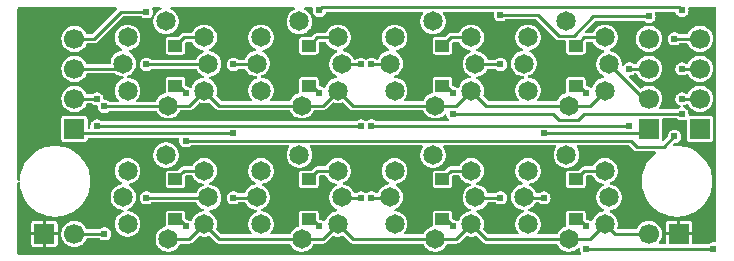
<source format=gbl>
G04 Layer: BottomLayer*
G04 EasyEDA v6.5.29, 2023-07-18 10:20:05*
G04 5756727701dd48799c60270c1c1368c4,5a6b42c53f6a479593ecc07194224c93,10*
G04 Gerber Generator version 0.2*
G04 Scale: 100 percent, Rotated: No, Reflected: No *
G04 Dimensions in millimeters *
G04 leading zeros omitted , absolute positions ,4 integer and 5 decimal *
%FSLAX45Y45*%
%MOMM*%

%AMMACRO1*21,1,$1,$2,0,0,$3*%
%ADD10C,0.2540*%
%ADD11MACRO1,0.95X1.15X90.0000*%
%ADD12MACRO1,1.7X1.7X0.0000*%
%ADD13C,1.7000*%
%ADD14MACRO1,1.7X1.7X90.0000*%
%ADD15C,1.6500*%
%ADD16C,0.6096*%
%ADD17C,0.0145*%

%LPD*%
G36*
X-1415846Y-1371092D02*
G01*
X-1419758Y-1370330D01*
X-1423060Y-1368094D01*
X-1425244Y-1364843D01*
X-1426057Y-1360932D01*
X-1426057Y-763270D01*
X-1425092Y-758952D01*
X-1422247Y-755446D01*
X-1418285Y-753414D01*
X-1413865Y-753313D01*
X-1409801Y-755192D01*
X-1406906Y-758596D01*
X-1405686Y-762863D01*
X-1405331Y-773328D01*
X-1402435Y-797204D01*
X-1397609Y-820775D01*
X-1390904Y-843838D01*
X-1382420Y-866343D01*
X-1372108Y-888085D01*
X-1360068Y-908913D01*
X-1346403Y-928674D01*
X-1331214Y-947318D01*
X-1314551Y-964641D01*
X-1296517Y-980592D01*
X-1277264Y-995019D01*
X-1256995Y-1007871D01*
X-1235659Y-1019048D01*
X-1213561Y-1028496D01*
X-1190701Y-1036116D01*
X-1167384Y-1041857D01*
X-1143711Y-1045718D01*
X-1119733Y-1047648D01*
X-1095654Y-1047648D01*
X-1071626Y-1045718D01*
X-1047953Y-1041857D01*
X-1024585Y-1036116D01*
X-1001776Y-1028496D01*
X-979627Y-1019048D01*
X-958392Y-1007871D01*
X-938072Y-995019D01*
X-918870Y-980592D01*
X-900836Y-964641D01*
X-884174Y-947318D01*
X-868934Y-928674D01*
X-855319Y-908913D01*
X-843280Y-888085D01*
X-832967Y-866343D01*
X-824433Y-843838D01*
X-817778Y-820775D01*
X-812952Y-797204D01*
X-810056Y-773328D01*
X-809091Y-749300D01*
X-810056Y-725271D01*
X-812952Y-701395D01*
X-817778Y-677824D01*
X-824433Y-654761D01*
X-832967Y-632256D01*
X-843280Y-610514D01*
X-855319Y-589686D01*
X-868934Y-569925D01*
X-884174Y-551281D01*
X-900836Y-533958D01*
X-918870Y-518007D01*
X-938072Y-503580D01*
X-958392Y-490728D01*
X-979627Y-479551D01*
X-1001776Y-470103D01*
X-1024585Y-462483D01*
X-1047953Y-456742D01*
X-1071626Y-452882D01*
X-1095654Y-450951D01*
X-1119733Y-450951D01*
X-1143711Y-452882D01*
X-1167384Y-456742D01*
X-1190701Y-462483D01*
X-1213561Y-470103D01*
X-1235659Y-479551D01*
X-1256995Y-490728D01*
X-1277264Y-503580D01*
X-1296517Y-518007D01*
X-1314551Y-533958D01*
X-1331214Y-551281D01*
X-1346403Y-569925D01*
X-1360068Y-589686D01*
X-1372108Y-610514D01*
X-1382420Y-632256D01*
X-1390904Y-654761D01*
X-1397609Y-677824D01*
X-1402435Y-701395D01*
X-1405331Y-725271D01*
X-1405686Y-735736D01*
X-1406906Y-740054D01*
X-1409801Y-743407D01*
X-1413865Y-745286D01*
X-1418285Y-745185D01*
X-1422247Y-743153D01*
X-1425092Y-739648D01*
X-1426057Y-735330D01*
X-1426057Y713232D01*
X-1425244Y717092D01*
X-1423060Y720394D01*
X-1419758Y722630D01*
X-1415846Y723392D01*
X-591769Y723392D01*
X-587857Y722630D01*
X-584555Y720394D01*
X-582422Y717092D01*
X-581609Y713232D01*
X-582422Y709320D01*
X-584555Y706018D01*
X-791870Y498805D01*
X-795121Y496570D01*
X-799033Y495808D01*
X-833424Y495808D01*
X-837184Y496570D01*
X-840435Y498652D01*
X-842721Y501853D01*
X-845667Y508508D01*
X-853033Y520649D01*
X-861872Y531723D01*
X-872083Y541629D01*
X-883412Y550113D01*
X-895858Y557123D01*
X-908964Y562457D01*
X-922782Y566013D01*
X-936802Y567842D01*
X-951077Y567842D01*
X-965098Y566013D01*
X-978916Y562457D01*
X-992022Y557123D01*
X-1004468Y550113D01*
X-1015796Y541629D01*
X-1026007Y531723D01*
X-1034846Y520649D01*
X-1042212Y508508D01*
X-1048003Y495503D01*
X-1052017Y481888D01*
X-1054354Y467817D01*
X-1054811Y453643D01*
X-1053388Y439521D01*
X-1050290Y425653D01*
X-1045362Y412292D01*
X-1038758Y399694D01*
X-1030681Y388061D01*
X-1021130Y377545D01*
X-1010310Y368350D01*
X-998321Y360578D01*
X-985519Y354431D01*
X-972108Y349910D01*
X-958087Y347218D01*
X-943965Y346303D01*
X-929792Y347218D01*
X-915771Y349910D01*
X-902360Y354431D01*
X-889558Y360578D01*
X-877620Y368350D01*
X-866800Y377545D01*
X-857300Y388061D01*
X-849172Y399694D01*
X-842213Y413105D01*
X-839927Y416001D01*
X-836777Y417931D01*
X-833119Y418592D01*
X-779322Y418592D01*
X-771347Y419404D01*
X-764133Y421589D01*
X-757377Y425145D01*
X-751179Y430276D01*
X-537210Y644194D01*
X-533958Y646430D01*
X-530047Y647192D01*
X-379323Y647192D01*
X-375412Y646430D01*
X-372110Y644194D01*
X-370535Y642620D01*
X-362559Y636981D01*
X-353568Y632866D01*
X-344119Y630326D01*
X-334365Y629462D01*
X-324561Y630326D01*
X-315112Y632866D01*
X-306120Y636981D01*
X-298145Y642620D01*
X-291185Y649579D01*
X-287324Y655116D01*
X-284327Y657961D01*
X-280111Y659333D01*
X-281482Y663143D01*
X-281178Y667207D01*
X-278841Y675995D01*
X-278028Y685800D01*
X-278841Y695604D01*
X-281432Y705053D01*
X-283159Y708914D01*
X-284124Y712876D01*
X-283514Y716889D01*
X-281279Y720293D01*
X-277977Y722579D01*
X-273964Y723392D01*
X-216306Y723392D01*
X-211886Y722376D01*
X-208381Y719582D01*
X-206400Y715518D01*
X-206349Y711047D01*
X-208330Y706932D01*
X-211785Y704138D01*
X-223418Y698398D01*
X-235204Y690524D01*
X-245871Y681177D01*
X-255219Y670509D01*
X-262991Y658926D01*
X-265836Y656082D01*
X-269646Y654558D01*
X-269951Y654100D01*
X-268884Y650138D01*
X-269392Y646023D01*
X-273862Y632561D01*
X-276707Y618693D01*
X-277622Y604520D01*
X-276707Y590397D01*
X-273862Y576478D01*
X-269392Y563067D01*
X-263042Y550316D01*
X-255219Y538530D01*
X-245871Y527913D01*
X-235204Y518566D01*
X-223418Y510641D01*
X-210718Y504393D01*
X-197256Y499821D01*
X-183388Y497078D01*
X-169265Y496163D01*
X-155092Y497078D01*
X-141122Y499821D01*
X-127711Y504393D01*
X-115011Y510641D01*
X-103276Y518566D01*
X-92557Y527913D01*
X-83261Y538530D01*
X-75387Y550316D01*
X-69088Y563067D01*
X-64566Y576478D01*
X-61772Y590397D01*
X-60807Y604520D01*
X-61772Y618693D01*
X-64566Y632561D01*
X-69088Y646023D01*
X-75387Y658723D01*
X-83261Y670509D01*
X-92557Y681177D01*
X-103276Y690524D01*
X-115011Y698398D01*
X-126644Y704138D01*
X-130149Y706932D01*
X-132080Y711047D01*
X-132029Y715518D01*
X-130098Y719582D01*
X-126542Y722376D01*
X-122174Y723392D01*
X913942Y723392D01*
X918362Y722376D01*
X921867Y719582D01*
X923899Y715518D01*
X923899Y711047D01*
X922019Y706932D01*
X918464Y704138D01*
X906932Y698398D01*
X895146Y690524D01*
X884478Y681177D01*
X875080Y670509D01*
X867206Y658723D01*
X860907Y646023D01*
X856335Y632561D01*
X853643Y618693D01*
X852728Y604520D01*
X853643Y590397D01*
X856335Y576478D01*
X860907Y563067D01*
X867206Y550316D01*
X875080Y538530D01*
X884478Y527913D01*
X895146Y518566D01*
X906932Y510641D01*
X919632Y504393D01*
X932992Y499821D01*
X946962Y497078D01*
X961034Y496163D01*
X975207Y497078D01*
X989126Y499821D01*
X1002588Y504393D01*
X1015288Y510641D01*
X1027023Y518566D01*
X1037742Y527913D01*
X1047089Y538530D01*
X1054912Y550316D01*
X1061262Y563067D01*
X1065784Y576478D01*
X1068527Y590397D01*
X1069492Y604520D01*
X1068527Y618693D01*
X1065784Y632561D01*
X1061262Y646023D01*
X1054912Y658723D01*
X1047089Y670509D01*
X1037742Y681177D01*
X1027023Y690524D01*
X1015288Y698398D01*
X1003655Y704138D01*
X1000150Y706932D01*
X998219Y711047D01*
X998219Y715518D01*
X1000252Y719582D01*
X1003757Y722376D01*
X1008176Y723392D01*
X1065580Y723392D01*
X1069289Y722731D01*
X1072438Y720801D01*
X1074623Y717854D01*
X1075740Y714298D01*
X1075436Y710590D01*
X1074826Y708304D01*
X1073962Y698500D01*
X1074826Y688695D01*
X1077366Y679246D01*
X1081532Y670306D01*
X1087120Y662279D01*
X1094028Y655320D01*
X1102156Y649681D01*
X1111046Y645566D01*
X1120546Y643026D01*
X1130300Y642162D01*
X1140053Y643026D01*
X1149553Y645566D01*
X1158443Y649681D01*
X1166571Y655320D01*
X1173480Y662279D01*
X1179068Y670306D01*
X1183386Y679399D01*
X1185621Y682498D01*
X1188821Y684580D01*
X1192530Y685292D01*
X1996287Y685292D01*
X2000504Y684377D01*
X2004009Y681736D01*
X2006041Y677875D01*
X2006244Y673557D01*
X2004669Y669493D01*
X1997506Y658723D01*
X1991207Y646023D01*
X1986635Y632561D01*
X1983943Y618693D01*
X1983028Y604520D01*
X1983943Y590397D01*
X1986635Y576478D01*
X1991207Y563067D01*
X1997506Y550316D01*
X2005380Y538530D01*
X2014778Y527913D01*
X2025446Y518566D01*
X2037232Y510641D01*
X2049932Y504393D01*
X2063292Y499821D01*
X2077262Y497078D01*
X2091334Y496163D01*
X2105507Y497078D01*
X2119426Y499821D01*
X2132888Y504393D01*
X2145588Y510641D01*
X2157323Y518566D01*
X2168042Y527913D01*
X2177389Y538530D01*
X2185212Y550316D01*
X2191562Y563067D01*
X2196084Y576478D01*
X2198827Y590397D01*
X2199792Y604520D01*
X2198827Y618693D01*
X2196084Y632561D01*
X2191562Y646023D01*
X2185212Y658723D01*
X2178050Y669493D01*
X2176475Y673557D01*
X2176678Y677875D01*
X2178812Y681736D01*
X2182266Y684377D01*
X2186533Y685292D01*
X2598166Y685292D01*
X2601772Y684631D01*
X2604973Y682701D01*
X2607259Y679754D01*
X2608275Y676198D01*
X2608021Y672490D01*
X2607360Y670204D01*
X2606548Y660400D01*
X2607360Y650595D01*
X2609951Y641146D01*
X2614066Y632206D01*
X2619705Y624179D01*
X2626614Y617220D01*
X2634691Y611581D01*
X2643632Y607466D01*
X2653030Y604926D01*
X2662834Y604062D01*
X2672689Y604926D01*
X2682087Y607466D01*
X2691028Y611581D01*
X2699105Y617220D01*
X2700680Y618794D01*
X2703982Y621030D01*
X2707843Y621792D01*
X2960116Y621792D01*
X2964078Y621030D01*
X2967380Y618794D01*
X3130448Y455625D01*
X3136696Y450545D01*
X3143351Y446989D01*
X3150616Y444754D01*
X3158693Y443992D01*
X3208426Y443992D01*
X3212287Y443230D01*
X3215589Y440994D01*
X3217773Y437692D01*
X3218535Y433832D01*
X3218535Y350926D01*
X3219246Y344576D01*
X3221177Y339140D01*
X3224326Y334213D01*
X3228390Y330149D01*
X3233267Y327050D01*
X3238703Y325170D01*
X3245053Y324459D01*
X3358946Y324459D01*
X3365246Y325170D01*
X3370732Y327050D01*
X3375609Y330149D01*
X3379673Y334213D01*
X3382822Y339140D01*
X3384651Y344576D01*
X3385362Y350926D01*
X3385362Y420827D01*
X3386124Y424688D01*
X3388410Y427990D01*
X3391712Y430174D01*
X3395522Y430987D01*
X3438855Y430987D01*
X3442512Y430276D01*
X3445662Y428294D01*
X3447948Y425297D01*
X3452825Y415442D01*
X3460648Y403656D01*
X3470046Y393039D01*
X3480714Y383692D01*
X3492500Y375767D01*
X3505200Y369519D01*
X3518662Y364947D01*
X3532733Y362204D01*
X3536950Y360934D01*
X3540251Y358038D01*
X3542029Y354025D01*
X3541928Y349605D01*
X3539998Y345694D01*
X3536594Y342950D01*
X3527551Y338480D01*
X3515766Y330606D01*
X3505098Y321259D01*
X3495700Y310591D01*
X3487826Y298805D01*
X3481628Y286105D01*
X3477056Y272643D01*
X3474262Y258775D01*
X3473348Y244602D01*
X3474262Y230479D01*
X3477056Y216560D01*
X3481628Y203149D01*
X3487826Y190398D01*
X3495700Y178612D01*
X3505098Y167995D01*
X3515766Y158648D01*
X3527551Y150723D01*
X3536594Y146304D01*
X3539998Y143560D01*
X3541928Y139598D01*
X3542029Y135178D01*
X3540251Y131165D01*
X3536950Y128270D01*
X3532530Y127050D01*
X3518662Y124256D01*
X3505200Y119684D01*
X3492500Y113436D01*
X3480714Y105562D01*
X3470046Y96215D01*
X3460648Y85547D01*
X3452825Y73761D01*
X3446576Y61061D01*
X3442258Y48463D01*
X3440429Y45161D01*
X3437483Y42824D01*
X3433978Y41656D01*
X3430219Y41859D01*
X3426815Y43383D01*
X3419043Y48818D01*
X3410153Y52933D01*
X3400653Y55473D01*
X3394659Y56032D01*
X3391103Y57048D01*
X3388055Y59283D01*
X3386124Y62433D01*
X3385362Y66141D01*
X3385362Y106273D01*
X3384651Y112623D01*
X3382822Y118059D01*
X3379673Y122986D01*
X3375609Y127050D01*
X3370732Y130149D01*
X3365246Y132029D01*
X3358946Y132740D01*
X3245053Y132740D01*
X3238703Y132029D01*
X3233267Y130149D01*
X3228390Y127050D01*
X3224326Y122986D01*
X3221177Y118059D01*
X3219246Y112623D01*
X3218535Y106273D01*
X3218535Y12395D01*
X3219094Y7518D01*
X3218891Y4064D01*
X3217621Y914D01*
X3215284Y-1625D01*
X3212287Y-3251D01*
X3200400Y-7315D01*
X3187700Y-13563D01*
X3175914Y-21437D01*
X3165246Y-30784D01*
X3155848Y-41452D01*
X3148025Y-53238D01*
X3143148Y-63144D01*
X3140862Y-66141D01*
X3137712Y-68122D01*
X3133953Y-68834D01*
X2985414Y-68834D01*
X2981655Y-68072D01*
X2978404Y-65989D01*
X2976219Y-62839D01*
X2975305Y-59131D01*
X2975864Y-55270D01*
X2977794Y-51968D01*
X2982671Y-46431D01*
X2990596Y-34645D01*
X2996844Y-21894D01*
X3001416Y-8483D01*
X3004108Y5435D01*
X3005023Y19558D01*
X3004108Y33731D01*
X3001416Y47599D01*
X2996844Y61061D01*
X2990596Y73761D01*
X2982671Y85547D01*
X2973273Y96215D01*
X2962706Y105562D01*
X2950921Y113436D01*
X2938119Y119684D01*
X2924759Y124256D01*
X2910789Y127050D01*
X2902864Y127558D01*
X2899003Y128574D01*
X2895803Y131013D01*
X2893872Y134416D01*
X2893314Y138379D01*
X2894330Y142189D01*
X2896819Y145338D01*
X2900222Y147320D01*
X2902305Y148031D01*
X2915107Y154279D01*
X2926892Y162204D01*
X2937459Y171551D01*
X2946857Y182168D01*
X2954782Y193954D01*
X2961030Y206705D01*
X2965551Y220116D01*
X2968294Y234035D01*
X2969209Y248158D01*
X2968294Y262331D01*
X2965551Y276199D01*
X2961030Y289661D01*
X2954782Y302361D01*
X2946857Y314147D01*
X2937459Y324815D01*
X2926892Y334162D01*
X2915107Y342036D01*
X2911500Y343763D01*
X2908300Y346354D01*
X2906268Y350012D01*
X2906014Y354177D01*
X2907385Y358140D01*
X2910230Y361188D01*
X2914091Y362864D01*
X2924759Y364947D01*
X2938119Y369519D01*
X2950921Y375767D01*
X2962706Y383692D01*
X2973374Y393039D01*
X2982671Y403656D01*
X2990596Y415442D01*
X2996844Y428193D01*
X3001416Y441604D01*
X3004108Y455523D01*
X3005023Y469646D01*
X3004108Y483819D01*
X3001416Y497687D01*
X2996844Y511149D01*
X2990596Y523849D01*
X2982671Y535635D01*
X2973374Y546303D01*
X2962706Y555650D01*
X2950921Y563524D01*
X2938119Y569772D01*
X2924759Y574344D01*
X2910789Y577138D01*
X2896717Y578053D01*
X2882544Y577138D01*
X2868625Y574344D01*
X2855214Y569772D01*
X2842514Y563524D01*
X2830728Y555650D01*
X2820060Y546303D01*
X2810662Y535635D01*
X2802839Y523849D01*
X2796590Y511149D01*
X2791968Y497687D01*
X2789224Y483819D01*
X2788310Y469646D01*
X2789224Y455523D01*
X2791968Y441604D01*
X2796590Y428193D01*
X2802839Y415442D01*
X2810662Y403656D01*
X2820060Y393039D01*
X2830728Y383692D01*
X2842514Y375767D01*
X2846019Y374040D01*
X2849321Y371500D01*
X2851251Y367792D01*
X2851607Y363626D01*
X2850235Y359664D01*
X2847289Y356616D01*
X2843530Y354990D01*
X2832862Y352856D01*
X2819400Y348284D01*
X2806700Y342036D01*
X2794914Y334162D01*
X2784246Y324815D01*
X2774848Y314147D01*
X2767025Y302361D01*
X2760776Y289661D01*
X2756154Y276199D01*
X2753410Y262331D01*
X2752496Y248158D01*
X2753410Y234035D01*
X2756154Y220116D01*
X2760776Y206705D01*
X2767025Y193954D01*
X2774848Y182168D01*
X2784246Y171551D01*
X2794914Y162204D01*
X2806700Y154279D01*
X2819400Y148031D01*
X2832862Y143459D01*
X2846730Y140716D01*
X2854756Y140208D01*
X2858516Y139141D01*
X2861716Y136753D01*
X2863646Y133299D01*
X2864205Y129387D01*
X2863189Y125577D01*
X2860802Y122428D01*
X2857296Y120446D01*
X2855214Y119684D01*
X2842514Y113436D01*
X2830728Y105562D01*
X2820060Y96215D01*
X2810662Y85547D01*
X2802839Y73761D01*
X2796590Y61061D01*
X2791968Y47599D01*
X2789224Y33731D01*
X2788310Y19558D01*
X2789224Y5435D01*
X2791968Y-8483D01*
X2796590Y-21894D01*
X2802839Y-34645D01*
X2810662Y-46431D01*
X2815539Y-51968D01*
X2817469Y-55270D01*
X2818028Y-59131D01*
X2817215Y-62839D01*
X2814980Y-65989D01*
X2811678Y-68072D01*
X2807970Y-68834D01*
X2563571Y-68834D01*
X2559710Y-68072D01*
X2556357Y-65836D01*
X2519934Y-29413D01*
X2517800Y-26314D01*
X2516987Y-22656D01*
X2517546Y-18948D01*
X2521051Y-8483D01*
X2523794Y5435D01*
X2524709Y19558D01*
X2523794Y33731D01*
X2521051Y47599D01*
X2516530Y61061D01*
X2510282Y73761D01*
X2502357Y85547D01*
X2492959Y96215D01*
X2482392Y105562D01*
X2470607Y113436D01*
X2461514Y117906D01*
X2458110Y120650D01*
X2456180Y124561D01*
X2456078Y128981D01*
X2457805Y132994D01*
X2461107Y135890D01*
X2465527Y137160D01*
X2479446Y139903D01*
X2492857Y144475D01*
X2505659Y150723D01*
X2517444Y158648D01*
X2528112Y167995D01*
X2537409Y178612D01*
X2545334Y190398D01*
X2548534Y197002D01*
X2550769Y199999D01*
X2553970Y201980D01*
X2557678Y202692D01*
X2617876Y202692D01*
X2621737Y201930D01*
X2625039Y199694D01*
X2626614Y198120D01*
X2634691Y192481D01*
X2643632Y188366D01*
X2653030Y185826D01*
X2662834Y184962D01*
X2672689Y185826D01*
X2682087Y188366D01*
X2691028Y192481D01*
X2699105Y198120D01*
X2706014Y205079D01*
X2711653Y213106D01*
X2715768Y222046D01*
X2718358Y231495D01*
X2719171Y241300D01*
X2718358Y251104D01*
X2715768Y260553D01*
X2711653Y269494D01*
X2706014Y277520D01*
X2699105Y284480D01*
X2691028Y290118D01*
X2682087Y294233D01*
X2672689Y296773D01*
X2662834Y297637D01*
X2653030Y296773D01*
X2643632Y294233D01*
X2634691Y290118D01*
X2626614Y284480D01*
X2625039Y282854D01*
X2621737Y280670D01*
X2617876Y279908D01*
X2560878Y279908D01*
X2557221Y280568D01*
X2554071Y282549D01*
X2551785Y285546D01*
X2545334Y298805D01*
X2537409Y310591D01*
X2528112Y321259D01*
X2517444Y330606D01*
X2505659Y338480D01*
X2492857Y344728D01*
X2479446Y349300D01*
X2465374Y352094D01*
X2461107Y353314D01*
X2457805Y356209D01*
X2456078Y360222D01*
X2456180Y364642D01*
X2458110Y368604D01*
X2461514Y371348D01*
X2470607Y375767D01*
X2482392Y383692D01*
X2493060Y393039D01*
X2502357Y403656D01*
X2510282Y415442D01*
X2516530Y428193D01*
X2521051Y441604D01*
X2523794Y455523D01*
X2524709Y469646D01*
X2523794Y483819D01*
X2521051Y497687D01*
X2516530Y511149D01*
X2510282Y523849D01*
X2502357Y535635D01*
X2493060Y546303D01*
X2482392Y555650D01*
X2470607Y563524D01*
X2457805Y569772D01*
X2444394Y574344D01*
X2430475Y577138D01*
X2416403Y578053D01*
X2402230Y577138D01*
X2388362Y574344D01*
X2374900Y569772D01*
X2362200Y563524D01*
X2350414Y555650D01*
X2339746Y546303D01*
X2330348Y535635D01*
X2322525Y523849D01*
X2317546Y513842D01*
X2315362Y510844D01*
X2312162Y508863D01*
X2308453Y508203D01*
X2243937Y508203D01*
X2235860Y507390D01*
X2228646Y505206D01*
X2222042Y501650D01*
X2215794Y496519D01*
X2193493Y474218D01*
X2190191Y472033D01*
X2186330Y471271D01*
X2114753Y471271D01*
X2108403Y470560D01*
X2102967Y468630D01*
X2098090Y465531D01*
X2094026Y461467D01*
X2090877Y456539D01*
X2088946Y451104D01*
X2088235Y444804D01*
X2088235Y350926D01*
X2088946Y344576D01*
X2090877Y339140D01*
X2094026Y334213D01*
X2098090Y330149D01*
X2102967Y327050D01*
X2108403Y325170D01*
X2114753Y324459D01*
X2228646Y324459D01*
X2234946Y325170D01*
X2240432Y327050D01*
X2245309Y330149D01*
X2249373Y334213D01*
X2252522Y339140D01*
X2254351Y344576D01*
X2255062Y350926D01*
X2255062Y420827D01*
X2255824Y424688D01*
X2258110Y427990D01*
X2261412Y430174D01*
X2265222Y430987D01*
X2308555Y430987D01*
X2312212Y430276D01*
X2315362Y428294D01*
X2317648Y425297D01*
X2322525Y415442D01*
X2330348Y403656D01*
X2339746Y393039D01*
X2350414Y383692D01*
X2362200Y375767D01*
X2374900Y369519D01*
X2388362Y364947D01*
X2402433Y362204D01*
X2406650Y360934D01*
X2409952Y358038D01*
X2411730Y354025D01*
X2411628Y349605D01*
X2409698Y345694D01*
X2406294Y342950D01*
X2397252Y338480D01*
X2385466Y330606D01*
X2374798Y321259D01*
X2365400Y310591D01*
X2357526Y298805D01*
X2351328Y286105D01*
X2346756Y272643D01*
X2343962Y258775D01*
X2343048Y244602D01*
X2343962Y230479D01*
X2346756Y216560D01*
X2351328Y203149D01*
X2357526Y190398D01*
X2365400Y178612D01*
X2374798Y167995D01*
X2385466Y158648D01*
X2397252Y150723D01*
X2406294Y146304D01*
X2409698Y143560D01*
X2411628Y139598D01*
X2411730Y135178D01*
X2409952Y131165D01*
X2406650Y128270D01*
X2402230Y127050D01*
X2388362Y124256D01*
X2374900Y119684D01*
X2362200Y113436D01*
X2350414Y105562D01*
X2339746Y96215D01*
X2330348Y85547D01*
X2322525Y73761D01*
X2316276Y61061D01*
X2311958Y48463D01*
X2310130Y45161D01*
X2307183Y42824D01*
X2303678Y41656D01*
X2299970Y41859D01*
X2296515Y43383D01*
X2288743Y48818D01*
X2279853Y52933D01*
X2270353Y55473D01*
X2264359Y56032D01*
X2260803Y57048D01*
X2257755Y59283D01*
X2255824Y62433D01*
X2255062Y66141D01*
X2255062Y106273D01*
X2254351Y112623D01*
X2252522Y118059D01*
X2249373Y122986D01*
X2245309Y127050D01*
X2240432Y130149D01*
X2234946Y132029D01*
X2228646Y132740D01*
X2114753Y132740D01*
X2108403Y132029D01*
X2102967Y130149D01*
X2098090Y127050D01*
X2094026Y122986D01*
X2090877Y118059D01*
X2088946Y112623D01*
X2088235Y106273D01*
X2088235Y12395D01*
X2088794Y7518D01*
X2088591Y4064D01*
X2087321Y914D01*
X2084984Y-1625D01*
X2081987Y-3251D01*
X2070100Y-7315D01*
X2057400Y-13563D01*
X2045614Y-21437D01*
X2034946Y-30784D01*
X2025548Y-41452D01*
X2017725Y-53238D01*
X2012848Y-63144D01*
X2010562Y-66141D01*
X2007412Y-68122D01*
X2003653Y-68834D01*
X1855114Y-68834D01*
X1851355Y-68072D01*
X1848104Y-65989D01*
X1845919Y-62839D01*
X1845005Y-59131D01*
X1845564Y-55270D01*
X1847494Y-51968D01*
X1852371Y-46431D01*
X1860296Y-34645D01*
X1866544Y-21894D01*
X1871116Y-8483D01*
X1873808Y5435D01*
X1874723Y19558D01*
X1873808Y33731D01*
X1871116Y47599D01*
X1866544Y61061D01*
X1860296Y73761D01*
X1852371Y85547D01*
X1843074Y96215D01*
X1832406Y105562D01*
X1820621Y113436D01*
X1807819Y119684D01*
X1794459Y124256D01*
X1780489Y127050D01*
X1772564Y127558D01*
X1768703Y128574D01*
X1765503Y131013D01*
X1763572Y134416D01*
X1763014Y138379D01*
X1764030Y142189D01*
X1766519Y145338D01*
X1769922Y147320D01*
X1772005Y148031D01*
X1784807Y154279D01*
X1796592Y162204D01*
X1807260Y171551D01*
X1816557Y182168D01*
X1824482Y193954D01*
X1830730Y206705D01*
X1835251Y220116D01*
X1837994Y234035D01*
X1838909Y248158D01*
X1837994Y262331D01*
X1835251Y276199D01*
X1830730Y289661D01*
X1824482Y302361D01*
X1816557Y314147D01*
X1807260Y324815D01*
X1796592Y334162D01*
X1784807Y342036D01*
X1781302Y343763D01*
X1778000Y346354D01*
X1775968Y350012D01*
X1775714Y354177D01*
X1777085Y358140D01*
X1779930Y361188D01*
X1783791Y362864D01*
X1794459Y364947D01*
X1807819Y369519D01*
X1820621Y375767D01*
X1832406Y383692D01*
X1843074Y393039D01*
X1852371Y403656D01*
X1860296Y415442D01*
X1866544Y428193D01*
X1871116Y441604D01*
X1873808Y455523D01*
X1874723Y469646D01*
X1873808Y483819D01*
X1871116Y497687D01*
X1866544Y511149D01*
X1860296Y523849D01*
X1852371Y535635D01*
X1843074Y546303D01*
X1832406Y555650D01*
X1820621Y563524D01*
X1807819Y569772D01*
X1794459Y574344D01*
X1780489Y577138D01*
X1766417Y578053D01*
X1752244Y577138D01*
X1738325Y574344D01*
X1724914Y569772D01*
X1712214Y563524D01*
X1700428Y555650D01*
X1689760Y546303D01*
X1680362Y535635D01*
X1672539Y523849D01*
X1666290Y511149D01*
X1661668Y497687D01*
X1658924Y483819D01*
X1658010Y469646D01*
X1658924Y455523D01*
X1661668Y441604D01*
X1666290Y428193D01*
X1672539Y415442D01*
X1680362Y403656D01*
X1689760Y393039D01*
X1700428Y383692D01*
X1712214Y375767D01*
X1715719Y374040D01*
X1719021Y371500D01*
X1720951Y367792D01*
X1721307Y363626D01*
X1719935Y359664D01*
X1716989Y356616D01*
X1713230Y354990D01*
X1702562Y352856D01*
X1689100Y348284D01*
X1676400Y342036D01*
X1664614Y334162D01*
X1653946Y324815D01*
X1644548Y314147D01*
X1636725Y302361D01*
X1630476Y289661D01*
X1629460Y286816D01*
X1627327Y283210D01*
X1623923Y280771D01*
X1619808Y279908D01*
X1615643Y279908D01*
X1611782Y280670D01*
X1608480Y282905D01*
X1606905Y284480D01*
X1598828Y290118D01*
X1589887Y294233D01*
X1580489Y296773D01*
X1570634Y297637D01*
X1560830Y296773D01*
X1551432Y294233D01*
X1542491Y290118D01*
X1534414Y284480D01*
X1530146Y281228D01*
X1526184Y280466D01*
X1522272Y281228D01*
X1518005Y284480D01*
X1509928Y290118D01*
X1500987Y294233D01*
X1491589Y296773D01*
X1481734Y297637D01*
X1471930Y296773D01*
X1462532Y294233D01*
X1453591Y290118D01*
X1445514Y284480D01*
X1443939Y282854D01*
X1440637Y280670D01*
X1436776Y279908D01*
X1430578Y279908D01*
X1426921Y280568D01*
X1423771Y282549D01*
X1421485Y285546D01*
X1415034Y298805D01*
X1407109Y310591D01*
X1397812Y321259D01*
X1387144Y330606D01*
X1375359Y338480D01*
X1362557Y344728D01*
X1349146Y349300D01*
X1335074Y352094D01*
X1330807Y353314D01*
X1327505Y356209D01*
X1325778Y360222D01*
X1325880Y364642D01*
X1327810Y368604D01*
X1331214Y371348D01*
X1340307Y375767D01*
X1352092Y383692D01*
X1362760Y393039D01*
X1372057Y403656D01*
X1379982Y415442D01*
X1386230Y428193D01*
X1390751Y441604D01*
X1393494Y455523D01*
X1394409Y469646D01*
X1393494Y483819D01*
X1390751Y497687D01*
X1386230Y511149D01*
X1379982Y523849D01*
X1372057Y535635D01*
X1362760Y546303D01*
X1352092Y555650D01*
X1340307Y563524D01*
X1327505Y569772D01*
X1314094Y574344D01*
X1300175Y577138D01*
X1286103Y578053D01*
X1271930Y577138D01*
X1258062Y574344D01*
X1244600Y569772D01*
X1231900Y563524D01*
X1220114Y555650D01*
X1209446Y546303D01*
X1200048Y535635D01*
X1192225Y523849D01*
X1187246Y513842D01*
X1185062Y510844D01*
X1181862Y508863D01*
X1178153Y508203D01*
X1113637Y508203D01*
X1105560Y507390D01*
X1098346Y505206D01*
X1091742Y501650D01*
X1085494Y496519D01*
X1063193Y474218D01*
X1059891Y472033D01*
X1056030Y471271D01*
X984453Y471271D01*
X978103Y470560D01*
X972667Y468630D01*
X967790Y465531D01*
X963726Y461467D01*
X960577Y456539D01*
X958646Y451104D01*
X957935Y444804D01*
X957935Y350926D01*
X958646Y344576D01*
X960577Y339140D01*
X963726Y334213D01*
X967790Y330149D01*
X972667Y327050D01*
X978103Y325170D01*
X984453Y324459D01*
X1098346Y324459D01*
X1104646Y325170D01*
X1110132Y327050D01*
X1115009Y330149D01*
X1119073Y334213D01*
X1122222Y339140D01*
X1124051Y344576D01*
X1124762Y350926D01*
X1124762Y420827D01*
X1125524Y424688D01*
X1127810Y427990D01*
X1131112Y430174D01*
X1134922Y430987D01*
X1178255Y430987D01*
X1181912Y430276D01*
X1185062Y428294D01*
X1187348Y425297D01*
X1192225Y415442D01*
X1200048Y403656D01*
X1209446Y393039D01*
X1220114Y383692D01*
X1231900Y375767D01*
X1244600Y369519D01*
X1258062Y364947D01*
X1272133Y362204D01*
X1276350Y360934D01*
X1279652Y358038D01*
X1281430Y354025D01*
X1281328Y349605D01*
X1279398Y345694D01*
X1275994Y342950D01*
X1266952Y338480D01*
X1255166Y330606D01*
X1244498Y321259D01*
X1235100Y310591D01*
X1227226Y298805D01*
X1221028Y286105D01*
X1216456Y272643D01*
X1213662Y258775D01*
X1212748Y244602D01*
X1213662Y230479D01*
X1216456Y216560D01*
X1221028Y203149D01*
X1227226Y190398D01*
X1235100Y178612D01*
X1244498Y167995D01*
X1255166Y158648D01*
X1266952Y150723D01*
X1275994Y146304D01*
X1279398Y143560D01*
X1281328Y139598D01*
X1281430Y135178D01*
X1279652Y131165D01*
X1276350Y128270D01*
X1271930Y127050D01*
X1258062Y124256D01*
X1244600Y119684D01*
X1231900Y113436D01*
X1220114Y105562D01*
X1209446Y96215D01*
X1200048Y85547D01*
X1192225Y73761D01*
X1185976Y61061D01*
X1181658Y48463D01*
X1179830Y45161D01*
X1176883Y42824D01*
X1173378Y41656D01*
X1169670Y41859D01*
X1166215Y43383D01*
X1158443Y48818D01*
X1149553Y52933D01*
X1140053Y55473D01*
X1134059Y56032D01*
X1130503Y57048D01*
X1127455Y59283D01*
X1125524Y62433D01*
X1124762Y66141D01*
X1124762Y106273D01*
X1124051Y112623D01*
X1122222Y118059D01*
X1119073Y122986D01*
X1115009Y127050D01*
X1110132Y130149D01*
X1104646Y132029D01*
X1098346Y132740D01*
X984453Y132740D01*
X978103Y132029D01*
X972667Y130149D01*
X967790Y127050D01*
X963726Y122986D01*
X960577Y118059D01*
X958646Y112623D01*
X957935Y106273D01*
X957935Y12395D01*
X958494Y7518D01*
X958291Y4064D01*
X957021Y914D01*
X954684Y-1625D01*
X951687Y-3251D01*
X939800Y-7315D01*
X927100Y-13563D01*
X915314Y-21437D01*
X904646Y-30784D01*
X895248Y-41452D01*
X887425Y-53238D01*
X882548Y-63144D01*
X880262Y-66141D01*
X877112Y-68122D01*
X873353Y-68834D01*
X724814Y-68834D01*
X721055Y-68072D01*
X717804Y-65989D01*
X715619Y-62839D01*
X714705Y-59131D01*
X715264Y-55270D01*
X717194Y-51968D01*
X722071Y-46431D01*
X729996Y-34645D01*
X736244Y-21894D01*
X740816Y-8483D01*
X743508Y5435D01*
X744423Y19558D01*
X743508Y33731D01*
X740816Y47599D01*
X736244Y61061D01*
X729996Y73761D01*
X722071Y85547D01*
X712774Y96215D01*
X702106Y105562D01*
X690321Y113436D01*
X677519Y119684D01*
X664159Y124256D01*
X650189Y127050D01*
X642264Y127558D01*
X638403Y128574D01*
X635203Y131013D01*
X633272Y134416D01*
X632714Y138379D01*
X633730Y142189D01*
X636219Y145338D01*
X639622Y147320D01*
X641705Y148031D01*
X654507Y154279D01*
X666292Y162204D01*
X676960Y171551D01*
X686257Y182168D01*
X694182Y193954D01*
X700430Y206705D01*
X704951Y220116D01*
X707694Y234035D01*
X708609Y248158D01*
X707694Y262331D01*
X704951Y276199D01*
X700430Y289661D01*
X694182Y302361D01*
X686257Y314147D01*
X676960Y324815D01*
X666292Y334162D01*
X654507Y342036D01*
X651002Y343763D01*
X647700Y346354D01*
X645668Y350012D01*
X645414Y354177D01*
X646785Y358140D01*
X649630Y361188D01*
X653491Y362864D01*
X664159Y364947D01*
X677519Y369519D01*
X690321Y375767D01*
X702106Y383692D01*
X712774Y393039D01*
X722071Y403656D01*
X729996Y415442D01*
X736244Y428193D01*
X740816Y441604D01*
X743508Y455523D01*
X744423Y469646D01*
X743508Y483819D01*
X740816Y497687D01*
X736244Y511149D01*
X729996Y523849D01*
X722071Y535635D01*
X712774Y546303D01*
X702106Y555650D01*
X690321Y563524D01*
X677519Y569772D01*
X664159Y574344D01*
X650189Y577138D01*
X636117Y578053D01*
X621944Y577138D01*
X608025Y574344D01*
X594614Y569772D01*
X581914Y563524D01*
X570128Y555650D01*
X559460Y546303D01*
X550062Y535635D01*
X542239Y523849D01*
X535990Y511149D01*
X531368Y497687D01*
X528624Y483819D01*
X527710Y469646D01*
X528624Y455523D01*
X531368Y441604D01*
X535990Y428193D01*
X542239Y415442D01*
X550062Y403656D01*
X559460Y393039D01*
X570128Y383692D01*
X581914Y375767D01*
X585419Y374040D01*
X588721Y371500D01*
X590651Y367792D01*
X591007Y363626D01*
X589635Y359664D01*
X586689Y356616D01*
X582930Y354990D01*
X572211Y352856D01*
X558800Y348284D01*
X546100Y342036D01*
X534314Y334162D01*
X523646Y324815D01*
X514248Y314147D01*
X506425Y302361D01*
X500176Y289661D01*
X499160Y286816D01*
X497027Y283210D01*
X493623Y280771D01*
X489508Y279908D01*
X447243Y279908D01*
X443382Y280670D01*
X440080Y282854D01*
X438505Y284480D01*
X430428Y290118D01*
X421487Y294233D01*
X412089Y296773D01*
X402234Y297637D01*
X392430Y296773D01*
X383032Y294233D01*
X374091Y290118D01*
X366014Y284480D01*
X359105Y277520D01*
X353466Y269494D01*
X349351Y260553D01*
X346760Y251104D01*
X345948Y241300D01*
X346760Y231495D01*
X349351Y222046D01*
X353466Y213106D01*
X359105Y205079D01*
X366014Y198120D01*
X374091Y192481D01*
X383032Y188366D01*
X392430Y185826D01*
X402234Y184962D01*
X412089Y185826D01*
X421487Y188366D01*
X430428Y192481D01*
X438505Y198120D01*
X440080Y199694D01*
X443382Y201930D01*
X447243Y202692D01*
X495757Y202692D01*
X499516Y201980D01*
X502666Y199999D01*
X504951Y197002D01*
X506425Y193954D01*
X514248Y182168D01*
X523646Y171551D01*
X534314Y162204D01*
X546100Y154279D01*
X558800Y148031D01*
X572211Y143459D01*
X586130Y140716D01*
X594156Y140208D01*
X597916Y139141D01*
X601116Y136753D01*
X603046Y133299D01*
X603605Y129387D01*
X602589Y125577D01*
X600202Y122428D01*
X596696Y120446D01*
X594614Y119684D01*
X581914Y113436D01*
X570128Y105562D01*
X559460Y96215D01*
X550062Y85547D01*
X542239Y73761D01*
X535990Y61061D01*
X531368Y47599D01*
X528624Y33731D01*
X527710Y19558D01*
X528624Y5435D01*
X531368Y-8483D01*
X535990Y-21894D01*
X542239Y-34645D01*
X550062Y-46431D01*
X554939Y-51968D01*
X556869Y-55270D01*
X557530Y-59131D01*
X556615Y-62839D01*
X554380Y-65989D01*
X551078Y-68072D01*
X547370Y-68834D01*
X303022Y-68834D01*
X299110Y-68072D01*
X295757Y-65836D01*
X259334Y-29413D01*
X257200Y-26314D01*
X256336Y-22656D01*
X256895Y-18948D01*
X260502Y-8483D01*
X263194Y5435D01*
X264109Y19558D01*
X263194Y33731D01*
X260502Y47599D01*
X255879Y61061D01*
X249682Y73761D01*
X241757Y85547D01*
X232410Y96215D01*
X221742Y105562D01*
X209956Y113436D01*
X200964Y117906D01*
X197510Y120650D01*
X195580Y124561D01*
X195478Y128981D01*
X197205Y132994D01*
X200507Y135890D01*
X204927Y137160D01*
X218897Y139903D01*
X232257Y144475D01*
X245008Y150723D01*
X256794Y158648D01*
X267462Y167995D01*
X276809Y178612D01*
X284683Y190398D01*
X290931Y203149D01*
X295503Y216560D01*
X298246Y230479D01*
X299161Y244602D01*
X298246Y258775D01*
X295503Y272643D01*
X290931Y286105D01*
X284683Y298805D01*
X276809Y310591D01*
X267462Y321259D01*
X256794Y330606D01*
X245008Y338480D01*
X232257Y344728D01*
X218897Y349300D01*
X204774Y352094D01*
X200507Y353314D01*
X197205Y356209D01*
X195478Y360222D01*
X195580Y364642D01*
X197510Y368604D01*
X200964Y371348D01*
X209956Y375767D01*
X221742Y383692D01*
X232410Y393039D01*
X241757Y403656D01*
X249682Y415442D01*
X255879Y428193D01*
X260502Y441604D01*
X263194Y455523D01*
X264109Y469646D01*
X263194Y483819D01*
X260502Y497687D01*
X255879Y511149D01*
X249682Y523849D01*
X241757Y535635D01*
X232410Y546303D01*
X221742Y555650D01*
X209956Y563524D01*
X197205Y569772D01*
X183845Y574344D01*
X169875Y577138D01*
X155752Y578053D01*
X141579Y577138D01*
X127711Y574344D01*
X114249Y569772D01*
X101549Y563524D01*
X89763Y555650D01*
X79095Y546303D01*
X69748Y535635D01*
X61874Y523849D01*
X56946Y513842D01*
X54762Y510844D01*
X51511Y508863D01*
X47853Y508203D01*
X-16713Y508203D01*
X-24688Y507390D01*
X-31953Y505206D01*
X-38608Y501650D01*
X-44805Y496519D01*
X-67106Y474218D01*
X-70408Y472033D01*
X-74320Y471271D01*
X-145796Y471271D01*
X-152146Y470560D01*
X-157581Y468630D01*
X-162509Y465531D01*
X-166624Y461467D01*
X-169722Y456539D01*
X-171602Y451104D01*
X-172262Y444804D01*
X-172262Y350926D01*
X-171602Y344576D01*
X-169722Y339140D01*
X-166624Y334213D01*
X-162509Y330149D01*
X-157581Y327050D01*
X-152146Y325170D01*
X-145796Y324459D01*
X-32004Y324459D01*
X-25654Y325170D01*
X-20218Y327050D01*
X-15341Y330149D01*
X-11176Y334213D01*
X-8077Y339140D01*
X-6197Y344576D01*
X-5537Y350926D01*
X-5537Y420827D01*
X-4673Y424688D01*
X-2540Y427990D01*
X762Y430174D01*
X4622Y430987D01*
X47955Y430987D01*
X51612Y430276D01*
X54813Y428294D01*
X57048Y425297D01*
X61874Y415442D01*
X69748Y403656D01*
X79095Y393039D01*
X89763Y383692D01*
X101549Y375767D01*
X114249Y369519D01*
X127711Y364947D01*
X141884Y362204D01*
X146100Y360934D01*
X149352Y358038D01*
X151180Y354025D01*
X151079Y349605D01*
X149148Y345694D01*
X145694Y342950D01*
X136601Y338480D01*
X124815Y330606D01*
X114147Y321259D01*
X104800Y310591D01*
X96977Y298805D01*
X90474Y285546D01*
X88188Y282549D01*
X85039Y280568D01*
X81330Y279908D01*
X-289356Y279908D01*
X-293268Y280670D01*
X-296570Y282854D01*
X-298145Y284480D01*
X-306120Y290118D01*
X-315112Y294233D01*
X-324561Y296773D01*
X-334365Y297637D01*
X-344119Y296773D01*
X-353568Y294233D01*
X-362559Y290118D01*
X-370535Y284480D01*
X-377494Y277520D01*
X-383184Y269494D01*
X-387248Y260553D01*
X-389839Y251104D01*
X-390652Y241300D01*
X-389839Y231495D01*
X-387248Y222046D01*
X-383184Y213106D01*
X-377494Y205079D01*
X-370535Y198120D01*
X-362559Y192481D01*
X-353568Y188366D01*
X-344119Y185826D01*
X-334365Y184962D01*
X-324561Y185826D01*
X-315112Y188366D01*
X-306120Y192481D01*
X-298145Y198120D01*
X-296570Y199694D01*
X-293268Y201930D01*
X-289407Y202692D01*
X84632Y202692D01*
X88239Y201980D01*
X91490Y199999D01*
X93675Y197002D01*
X96977Y190398D01*
X104800Y178612D01*
X114147Y167995D01*
X124815Y158648D01*
X136601Y150723D01*
X145694Y146304D01*
X149148Y143560D01*
X151079Y139598D01*
X151180Y135178D01*
X149352Y131165D01*
X146100Y128270D01*
X141579Y127050D01*
X127711Y124256D01*
X114249Y119684D01*
X101549Y113436D01*
X89763Y105562D01*
X79095Y96215D01*
X69748Y85547D01*
X61874Y73761D01*
X55626Y61061D01*
X51409Y48463D01*
X49530Y45161D01*
X46634Y42773D01*
X43078Y41656D01*
X39319Y41859D01*
X35915Y43383D01*
X28143Y48818D01*
X19304Y52933D01*
X9753Y55473D01*
X3759Y56032D01*
X203Y57048D01*
X-2794Y59283D01*
X-4775Y62433D01*
X-5537Y66141D01*
X-5537Y106273D01*
X-6197Y112623D01*
X-8077Y118059D01*
X-11176Y122986D01*
X-15341Y127050D01*
X-20218Y130149D01*
X-25654Y132029D01*
X-32004Y132740D01*
X-145796Y132740D01*
X-152146Y132029D01*
X-157581Y130149D01*
X-162509Y127050D01*
X-166624Y122986D01*
X-169722Y118059D01*
X-171602Y112623D01*
X-172262Y106273D01*
X-172262Y12395D01*
X-171754Y7518D01*
X-171958Y4064D01*
X-173228Y914D01*
X-175615Y-1625D01*
X-178562Y-3251D01*
X-190550Y-7315D01*
X-203250Y-13563D01*
X-215036Y-21437D01*
X-225704Y-30784D01*
X-235051Y-41452D01*
X-242925Y-53238D01*
X-249174Y-65938D01*
X-250139Y-68783D01*
X-252272Y-72390D01*
X-255676Y-74828D01*
X-259740Y-75692D01*
X-411835Y-75692D01*
X-415848Y-74879D01*
X-419201Y-72542D01*
X-421284Y-69138D01*
X-421944Y-65074D01*
X-420928Y-61163D01*
X-408178Y-46431D01*
X-400304Y-34645D01*
X-394055Y-21894D01*
X-389534Y-8483D01*
X-386740Y5435D01*
X-385826Y19558D01*
X-386740Y33731D01*
X-389534Y47599D01*
X-394055Y61061D01*
X-400304Y73761D01*
X-408178Y85547D01*
X-417525Y96215D01*
X-428193Y105562D01*
X-439978Y113436D01*
X-452729Y119684D01*
X-466191Y124256D01*
X-480059Y127050D01*
X-488086Y127558D01*
X-491947Y128574D01*
X-495046Y131013D01*
X-497027Y134416D01*
X-497535Y138379D01*
X-496519Y142189D01*
X-494080Y145338D01*
X-490677Y147320D01*
X-488594Y148031D01*
X-475843Y154279D01*
X-464058Y162204D01*
X-453390Y171551D01*
X-444042Y182168D01*
X-436118Y193954D01*
X-429920Y206705D01*
X-425297Y220116D01*
X-422605Y234035D01*
X-421690Y248158D01*
X-422605Y262331D01*
X-425297Y276199D01*
X-429920Y289661D01*
X-436118Y302361D01*
X-444042Y314147D01*
X-453390Y324815D01*
X-464058Y334162D01*
X-475843Y342036D01*
X-479348Y343763D01*
X-482650Y346354D01*
X-484632Y350012D01*
X-484885Y354177D01*
X-483514Y358140D01*
X-480720Y361188D01*
X-476859Y362864D01*
X-466191Y364947D01*
X-452729Y369519D01*
X-439978Y375767D01*
X-428193Y383692D01*
X-417525Y393039D01*
X-408178Y403656D01*
X-400304Y415442D01*
X-394055Y428193D01*
X-389534Y441604D01*
X-386740Y455523D01*
X-385826Y469646D01*
X-386740Y483819D01*
X-389534Y497687D01*
X-394055Y511149D01*
X-400304Y523849D01*
X-408178Y535635D01*
X-417525Y546303D01*
X-428193Y555650D01*
X-439978Y563524D01*
X-452729Y569772D01*
X-466191Y574344D01*
X-480059Y577138D01*
X-494182Y578053D01*
X-508355Y577138D01*
X-522274Y574344D01*
X-535686Y569772D01*
X-548386Y563524D01*
X-560171Y555650D01*
X-570839Y546303D01*
X-580186Y535635D01*
X-588060Y523849D01*
X-594309Y511149D01*
X-598932Y497687D01*
X-601624Y483819D01*
X-602589Y469646D01*
X-601624Y455523D01*
X-598932Y441604D01*
X-594309Y428193D01*
X-588060Y415442D01*
X-580186Y403656D01*
X-570839Y393039D01*
X-560171Y383692D01*
X-548386Y375767D01*
X-544880Y374040D01*
X-541578Y371500D01*
X-539597Y367792D01*
X-539343Y363626D01*
X-540664Y359664D01*
X-543560Y356616D01*
X-547370Y354990D01*
X-558088Y352856D01*
X-571550Y348284D01*
X-584250Y342036D01*
X-596036Y334162D01*
X-606704Y324815D01*
X-616051Y314147D01*
X-623925Y302361D01*
X-630174Y289661D01*
X-634746Y276199D01*
X-637489Y262331D01*
X-638200Y251307D01*
X-639165Y247599D01*
X-641400Y244551D01*
X-644601Y242519D01*
X-648360Y241808D01*
X-833424Y241808D01*
X-837184Y242570D01*
X-840435Y244652D01*
X-842721Y247853D01*
X-845667Y254508D01*
X-853033Y266649D01*
X-861872Y277723D01*
X-872083Y287629D01*
X-883412Y296113D01*
X-895858Y303123D01*
X-908964Y308457D01*
X-922782Y312013D01*
X-936802Y313842D01*
X-951077Y313842D01*
X-965098Y312013D01*
X-978916Y308457D01*
X-992022Y303123D01*
X-1004468Y296113D01*
X-1015796Y287629D01*
X-1026007Y277723D01*
X-1034846Y266649D01*
X-1042212Y254508D01*
X-1048003Y241503D01*
X-1052017Y227888D01*
X-1054354Y213817D01*
X-1054811Y199644D01*
X-1053388Y185521D01*
X-1050290Y171653D01*
X-1045362Y158292D01*
X-1038758Y145694D01*
X-1030681Y134061D01*
X-1021130Y123545D01*
X-1010310Y114350D01*
X-998321Y106578D01*
X-985519Y100431D01*
X-972108Y95910D01*
X-958087Y93218D01*
X-943965Y92303D01*
X-929792Y93218D01*
X-915771Y95910D01*
X-902360Y100431D01*
X-889558Y106578D01*
X-877620Y114350D01*
X-866800Y123545D01*
X-857300Y134061D01*
X-849172Y145694D01*
X-842213Y159105D01*
X-839927Y162001D01*
X-836777Y163931D01*
X-833119Y164592D01*
X-602538Y164592D01*
X-599592Y164134D01*
X-596950Y162864D01*
X-584250Y154279D01*
X-571550Y148031D01*
X-558088Y143459D01*
X-544220Y140716D01*
X-536143Y140208D01*
X-532333Y139141D01*
X-529234Y136753D01*
X-527253Y133299D01*
X-526694Y129387D01*
X-527761Y125577D01*
X-530148Y122428D01*
X-533603Y120446D01*
X-535686Y119684D01*
X-548386Y113436D01*
X-560171Y105562D01*
X-570839Y96215D01*
X-580186Y85547D01*
X-588060Y73761D01*
X-594309Y61061D01*
X-598932Y47599D01*
X-601624Y33731D01*
X-602589Y19558D01*
X-601624Y5435D01*
X-598932Y-8483D01*
X-594309Y-21894D01*
X-588060Y-34645D01*
X-580186Y-46431D01*
X-567436Y-61163D01*
X-566420Y-65074D01*
X-567131Y-69138D01*
X-569315Y-72542D01*
X-572668Y-74879D01*
X-576630Y-75692D01*
X-644956Y-75692D01*
X-648868Y-74930D01*
X-652170Y-72745D01*
X-653745Y-71120D01*
X-661720Y-65481D01*
X-670712Y-61366D01*
X-680161Y-58826D01*
X-687984Y-58115D01*
X-691438Y-57200D01*
X-694334Y-55168D01*
X-696315Y-52273D01*
X-697280Y-48869D01*
X-697941Y-40995D01*
X-700532Y-31546D01*
X-704596Y-22606D01*
X-710285Y-14579D01*
X-717245Y-7620D01*
X-725220Y-1981D01*
X-734212Y2133D01*
X-743661Y4673D01*
X-753465Y5537D01*
X-763219Y4673D01*
X-772668Y2133D01*
X-781659Y-1981D01*
X-789635Y-7620D01*
X-791210Y-9194D01*
X-794512Y-11430D01*
X-798423Y-12192D01*
X-833424Y-12192D01*
X-837184Y-11430D01*
X-840435Y-9347D01*
X-842721Y-6146D01*
X-845667Y508D01*
X-853033Y12649D01*
X-861872Y23723D01*
X-872083Y33629D01*
X-883412Y42113D01*
X-895858Y49123D01*
X-908964Y54457D01*
X-922782Y58013D01*
X-936802Y59842D01*
X-951077Y59842D01*
X-965098Y58013D01*
X-978916Y54457D01*
X-992022Y49123D01*
X-1004468Y42113D01*
X-1015796Y33629D01*
X-1026007Y23723D01*
X-1034846Y12649D01*
X-1042212Y508D01*
X-1048003Y-12496D01*
X-1052017Y-26111D01*
X-1054354Y-40182D01*
X-1054811Y-54356D01*
X-1053388Y-68478D01*
X-1050290Y-82346D01*
X-1045362Y-95707D01*
X-1038758Y-108305D01*
X-1030681Y-119938D01*
X-1021130Y-130454D01*
X-1010310Y-139649D01*
X-998321Y-147421D01*
X-985519Y-153568D01*
X-972108Y-158089D01*
X-958087Y-160782D01*
X-943965Y-161696D01*
X-929792Y-160782D01*
X-915771Y-158089D01*
X-902360Y-153568D01*
X-889558Y-147421D01*
X-877620Y-139649D01*
X-866800Y-130454D01*
X-857300Y-119938D01*
X-849172Y-108305D01*
X-842213Y-94894D01*
X-839927Y-91998D01*
X-836777Y-90068D01*
X-833119Y-89408D01*
X-798423Y-89408D01*
X-794512Y-90170D01*
X-791210Y-92405D01*
X-789635Y-93980D01*
X-781659Y-99618D01*
X-772668Y-103733D01*
X-763219Y-106273D01*
X-755396Y-106984D01*
X-751992Y-107899D01*
X-749046Y-109931D01*
X-747064Y-112826D01*
X-746099Y-116230D01*
X-745439Y-124104D01*
X-742848Y-133553D01*
X-738784Y-142494D01*
X-733094Y-150520D01*
X-726135Y-157480D01*
X-718159Y-163118D01*
X-709168Y-167233D01*
X-699719Y-169773D01*
X-689965Y-170637D01*
X-680161Y-169773D01*
X-670712Y-167233D01*
X-661720Y-163118D01*
X-653745Y-157480D01*
X-652170Y-155905D01*
X-648868Y-153670D01*
X-645007Y-152908D01*
X-253542Y-152908D01*
X-249834Y-153619D01*
X-246634Y-155600D01*
X-244398Y-158597D01*
X-242925Y-161645D01*
X-235051Y-173431D01*
X-225704Y-184048D01*
X-215036Y-193395D01*
X-203250Y-201320D01*
X-190550Y-207568D01*
X-177088Y-212140D01*
X-163220Y-214884D01*
X-149047Y-215798D01*
X-134924Y-214884D01*
X-120954Y-212140D01*
X-107594Y-207568D01*
X-94843Y-201320D01*
X-83058Y-193395D01*
X-72390Y-184048D01*
X-63042Y-173431D01*
X-55117Y-161645D01*
X-50241Y-151688D01*
X-48056Y-148691D01*
X-44805Y-146710D01*
X-41198Y-146050D01*
X28244Y-146050D01*
X36322Y-145237D01*
X43535Y-143052D01*
X50190Y-139496D01*
X56438Y-134366D01*
X106781Y-84023D01*
X109880Y-81889D01*
X113588Y-81026D01*
X117297Y-81584D01*
X127711Y-85140D01*
X141579Y-87884D01*
X155752Y-88798D01*
X169875Y-87884D01*
X183845Y-85140D01*
X194259Y-81584D01*
X198018Y-81026D01*
X201625Y-81889D01*
X204774Y-84023D01*
X255168Y-134366D01*
X261366Y-139496D01*
X267970Y-143052D01*
X275234Y-145237D01*
X283260Y-146050D01*
X873353Y-146050D01*
X877112Y-146710D01*
X880262Y-148691D01*
X882548Y-151688D01*
X887425Y-161645D01*
X895248Y-173431D01*
X904646Y-184048D01*
X915314Y-193395D01*
X927100Y-201320D01*
X939800Y-207568D01*
X953262Y-212140D01*
X967130Y-214884D01*
X981303Y-215798D01*
X995375Y-214884D01*
X1009294Y-212140D01*
X1022705Y-207568D01*
X1035507Y-201320D01*
X1047292Y-193395D01*
X1057960Y-184048D01*
X1067257Y-173431D01*
X1075182Y-161645D01*
X1080058Y-151688D01*
X1082243Y-148691D01*
X1085494Y-146710D01*
X1089152Y-146050D01*
X1158544Y-146050D01*
X1166571Y-145237D01*
X1173835Y-143052D01*
X1180541Y-139496D01*
X1186738Y-134366D01*
X1237132Y-84023D01*
X1240180Y-81889D01*
X1243787Y-81026D01*
X1247546Y-81584D01*
X1258062Y-85140D01*
X1271930Y-87884D01*
X1286103Y-88798D01*
X1300175Y-87884D01*
X1314094Y-85140D01*
X1324559Y-81584D01*
X1328267Y-81026D01*
X1331925Y-81889D01*
X1335074Y-84023D01*
X1385417Y-134366D01*
X1391666Y-139496D01*
X1398270Y-143052D01*
X1405534Y-145237D01*
X1413560Y-146050D01*
X2003653Y-146050D01*
X2007412Y-146710D01*
X2010562Y-148691D01*
X2012848Y-151688D01*
X2017725Y-161645D01*
X2025548Y-173431D01*
X2034946Y-184048D01*
X2045614Y-193395D01*
X2057400Y-201320D01*
X2070100Y-207568D01*
X2083562Y-212140D01*
X2097430Y-214884D01*
X2111603Y-215798D01*
X2125675Y-214884D01*
X2139594Y-212140D01*
X2153005Y-207568D01*
X2165807Y-201320D01*
X2177592Y-193446D01*
X2188819Y-183489D01*
X2192426Y-181457D01*
X2196439Y-181000D01*
X2200402Y-182168D01*
X2203551Y-184810D01*
X2205380Y-188468D01*
X2207666Y-196951D01*
X2211832Y-205892D01*
X2217420Y-213918D01*
X2224328Y-220878D01*
X2226462Y-222300D01*
X2229307Y-225399D01*
X2230678Y-229463D01*
X2230323Y-233679D01*
X2228189Y-237388D01*
X2224786Y-239877D01*
X2220569Y-240792D01*
X1615643Y-240792D01*
X1611782Y-240029D01*
X1608480Y-237794D01*
X1606905Y-236220D01*
X1598828Y-230581D01*
X1589887Y-226466D01*
X1580489Y-223926D01*
X1570634Y-223062D01*
X1560830Y-223926D01*
X1551432Y-226466D01*
X1542491Y-230581D01*
X1534414Y-236220D01*
X1530146Y-239471D01*
X1526184Y-240233D01*
X1522272Y-239471D01*
X1518005Y-236220D01*
X1509928Y-230581D01*
X1500987Y-226466D01*
X1491589Y-223926D01*
X1481734Y-223062D01*
X1471930Y-223926D01*
X1462532Y-226466D01*
X1453591Y-230581D01*
X1445514Y-236220D01*
X1443939Y-237794D01*
X1440637Y-240029D01*
X1436776Y-240792D01*
X-708456Y-240792D01*
X-712368Y-240029D01*
X-715670Y-237794D01*
X-717245Y-236220D01*
X-725220Y-230581D01*
X-734212Y-226466D01*
X-743661Y-223926D01*
X-753465Y-223062D01*
X-763219Y-223926D01*
X-772668Y-226466D01*
X-781659Y-230581D01*
X-789635Y-236220D01*
X-796594Y-243179D01*
X-802284Y-251206D01*
X-806348Y-260146D01*
X-808939Y-269595D01*
X-809752Y-279400D01*
X-808939Y-289204D01*
X-808278Y-291490D01*
X-808024Y-295198D01*
X-809091Y-298754D01*
X-811377Y-301701D01*
X-814527Y-303631D01*
X-818083Y-304292D01*
X-822858Y-304292D01*
X-826719Y-303530D01*
X-830071Y-301294D01*
X-832256Y-298043D01*
X-833069Y-294132D01*
X-833069Y-220370D01*
X-833729Y-214071D01*
X-835660Y-208584D01*
X-838758Y-203708D01*
X-842822Y-199593D01*
X-847699Y-196545D01*
X-853186Y-194614D01*
X-859485Y-193903D01*
X-1028395Y-193903D01*
X-1034745Y-194614D01*
X-1040180Y-196545D01*
X-1045057Y-199593D01*
X-1049121Y-203708D01*
X-1052271Y-208584D01*
X-1054150Y-214071D01*
X-1054811Y-220370D01*
X-1054811Y-389229D01*
X-1054150Y-395579D01*
X-1052271Y-401015D01*
X-1049121Y-405942D01*
X-1045057Y-410006D01*
X-1040180Y-413105D01*
X-1034745Y-414985D01*
X-1028395Y-415696D01*
X-859485Y-415696D01*
X-853186Y-414985D01*
X-847699Y-413105D01*
X-842822Y-410006D01*
X-838758Y-405942D01*
X-835660Y-401015D01*
X-833729Y-395579D01*
X-833170Y-390550D01*
X-832103Y-386994D01*
X-829818Y-384098D01*
X-826719Y-382168D01*
X-823112Y-381508D01*
X-64719Y-381508D01*
X-61163Y-382168D01*
X-57962Y-384098D01*
X-55727Y-387045D01*
X-54610Y-390601D01*
X-54965Y-394309D01*
X-55524Y-396595D01*
X-56438Y-406400D01*
X-55524Y-416204D01*
X-52984Y-425653D01*
X-48920Y-434593D01*
X-43230Y-442620D01*
X-36322Y-449580D01*
X-28244Y-455218D01*
X-19304Y-459333D01*
X-9906Y-461873D01*
X-101Y-462737D01*
X9702Y-461873D01*
X19202Y-459333D01*
X28092Y-455218D01*
X36118Y-449580D01*
X37744Y-448005D01*
X40995Y-445770D01*
X44907Y-445008D01*
X865987Y-445008D01*
X870203Y-445922D01*
X873709Y-448564D01*
X875741Y-452424D01*
X875944Y-456742D01*
X874369Y-460806D01*
X867206Y-471576D01*
X860907Y-484276D01*
X856335Y-497738D01*
X853643Y-511606D01*
X852728Y-525780D01*
X853643Y-539902D01*
X856335Y-553821D01*
X860907Y-567232D01*
X867206Y-579983D01*
X875080Y-591769D01*
X884478Y-602386D01*
X895146Y-611733D01*
X906932Y-619607D01*
X919632Y-625906D01*
X932992Y-630478D01*
X946962Y-633222D01*
X961034Y-634136D01*
X975207Y-633222D01*
X989126Y-630478D01*
X1002588Y-625906D01*
X1015288Y-619607D01*
X1027023Y-611733D01*
X1037742Y-602386D01*
X1047089Y-591769D01*
X1054912Y-579983D01*
X1061262Y-567232D01*
X1065784Y-553821D01*
X1068527Y-539902D01*
X1069492Y-525780D01*
X1068527Y-511606D01*
X1065784Y-497738D01*
X1061262Y-484276D01*
X1054912Y-471576D01*
X1047750Y-460806D01*
X1046175Y-456742D01*
X1046378Y-452424D01*
X1048512Y-448564D01*
X1051966Y-445922D01*
X1056233Y-445008D01*
X1996287Y-445008D01*
X2000504Y-445922D01*
X2004009Y-448564D01*
X2006041Y-452424D01*
X2006244Y-456742D01*
X2004669Y-460806D01*
X1997506Y-471576D01*
X1991207Y-484276D01*
X1986737Y-497738D01*
X1983943Y-511606D01*
X1983028Y-525780D01*
X1983943Y-539902D01*
X1986737Y-553821D01*
X1991207Y-567232D01*
X1997506Y-579983D01*
X2005380Y-591769D01*
X2014778Y-602386D01*
X2025446Y-611733D01*
X2037232Y-619607D01*
X2049932Y-625906D01*
X2063292Y-630478D01*
X2077262Y-633222D01*
X2091334Y-634136D01*
X2105507Y-633222D01*
X2119426Y-630478D01*
X2132888Y-625906D01*
X2145588Y-619607D01*
X2157323Y-611733D01*
X2168042Y-602386D01*
X2177389Y-591769D01*
X2185212Y-579983D01*
X2191562Y-567232D01*
X2196084Y-553821D01*
X2198827Y-539902D01*
X2199792Y-525780D01*
X2198827Y-511606D01*
X2196084Y-497738D01*
X2191562Y-484276D01*
X2185212Y-471576D01*
X2178050Y-460806D01*
X2176475Y-456742D01*
X2176678Y-452424D01*
X2178812Y-448564D01*
X2182266Y-445922D01*
X2186533Y-445008D01*
X3126587Y-445008D01*
X3130804Y-445922D01*
X3134309Y-448564D01*
X3136341Y-452424D01*
X3136544Y-456742D01*
X3134969Y-460806D01*
X3127806Y-471576D01*
X3121507Y-484276D01*
X3117037Y-497738D01*
X3114243Y-511606D01*
X3113328Y-525780D01*
X3114243Y-539902D01*
X3117037Y-553821D01*
X3121507Y-567232D01*
X3127806Y-579983D01*
X3135680Y-591769D01*
X3145078Y-602386D01*
X3155746Y-611733D01*
X3167532Y-619607D01*
X3180232Y-625906D01*
X3193592Y-630478D01*
X3207562Y-633222D01*
X3221634Y-634136D01*
X3235807Y-633222D01*
X3249726Y-630478D01*
X3263188Y-625906D01*
X3275888Y-619607D01*
X3287623Y-611733D01*
X3298342Y-602386D01*
X3307689Y-591769D01*
X3315512Y-579983D01*
X3321862Y-567232D01*
X3326384Y-553821D01*
X3329127Y-539902D01*
X3330092Y-525780D01*
X3329127Y-511606D01*
X3326384Y-497738D01*
X3321862Y-484276D01*
X3315512Y-471576D01*
X3308350Y-460806D01*
X3306775Y-456742D01*
X3306978Y-452424D01*
X3309112Y-448564D01*
X3312566Y-445922D01*
X3316833Y-445008D01*
X3747515Y-445008D01*
X3751478Y-445770D01*
X3754780Y-448005D01*
X3790848Y-484124D01*
X3797096Y-489254D01*
X3803751Y-492810D01*
X3811015Y-494995D01*
X3819093Y-495808D01*
X3968546Y-495808D01*
X3972610Y-496671D01*
X3976014Y-499109D01*
X3978148Y-502767D01*
X3978605Y-506933D01*
X3977386Y-510946D01*
X3974642Y-514096D01*
X3969410Y-518007D01*
X3951376Y-533958D01*
X3934714Y-551281D01*
X3919524Y-569925D01*
X3905910Y-589686D01*
X3893820Y-610514D01*
X3883507Y-632256D01*
X3875074Y-654761D01*
X3868369Y-677824D01*
X3863543Y-701395D01*
X3860596Y-725271D01*
X3859682Y-749300D01*
X3860596Y-773328D01*
X3863543Y-797204D01*
X3868369Y-820775D01*
X3875074Y-843838D01*
X3883507Y-866343D01*
X3893820Y-888085D01*
X3905910Y-908913D01*
X3919524Y-928674D01*
X3934714Y-947318D01*
X3951376Y-964641D01*
X3969410Y-980592D01*
X3988612Y-995019D01*
X4008983Y-1007871D01*
X4030218Y-1019048D01*
X4052417Y-1028496D01*
X4075226Y-1036116D01*
X4098493Y-1041857D01*
X4122267Y-1045718D01*
X4146194Y-1047648D01*
X4170273Y-1047648D01*
X4194301Y-1045718D01*
X4217974Y-1041857D01*
X4241342Y-1036116D01*
X4264152Y-1028496D01*
X4286250Y-1019048D01*
X4307586Y-1007871D01*
X4327855Y-995019D01*
X4347057Y-980592D01*
X4365142Y-964641D01*
X4381754Y-947318D01*
X4396943Y-928674D01*
X4410659Y-908913D01*
X4422648Y-888085D01*
X4432960Y-866343D01*
X4441494Y-843838D01*
X4448149Y-820775D01*
X4453026Y-797204D01*
X4455871Y-773328D01*
X4456887Y-749300D01*
X4455871Y-725271D01*
X4453026Y-701395D01*
X4448149Y-677824D01*
X4441494Y-654761D01*
X4432960Y-632256D01*
X4422648Y-610514D01*
X4410659Y-589686D01*
X4396943Y-569925D01*
X4381754Y-551281D01*
X4365142Y-533958D01*
X4347057Y-518007D01*
X4327855Y-503580D01*
X4307586Y-490728D01*
X4286250Y-479551D01*
X4264152Y-470103D01*
X4241342Y-462483D01*
X4217974Y-456742D01*
X4194301Y-452882D01*
X4170273Y-450951D01*
X4146194Y-450951D01*
X4132173Y-452069D01*
X4128160Y-451561D01*
X4124553Y-449529D01*
X4122165Y-446227D01*
X4121251Y-442214D01*
X4121962Y-438200D01*
X4124198Y-434746D01*
X4131564Y-427431D01*
X4134408Y-425399D01*
X4137812Y-424484D01*
X4145889Y-423773D01*
X4155287Y-421233D01*
X4164228Y-417118D01*
X4172305Y-411480D01*
X4179214Y-404520D01*
X4184853Y-396494D01*
X4188968Y-387553D01*
X4191558Y-378104D01*
X4192371Y-368300D01*
X4191558Y-358495D01*
X4188968Y-349046D01*
X4184853Y-340106D01*
X4179214Y-332079D01*
X4172305Y-325120D01*
X4164228Y-319481D01*
X4155287Y-315366D01*
X4145889Y-312826D01*
X4136085Y-311962D01*
X4126229Y-312826D01*
X4116832Y-315366D01*
X4107891Y-319481D01*
X4099814Y-325120D01*
X4092905Y-332079D01*
X4087266Y-340106D01*
X4083151Y-349046D01*
X4080560Y-358495D01*
X4079849Y-366522D01*
X4078986Y-369925D01*
X4076903Y-372821D01*
X4047794Y-401929D01*
X4044391Y-404215D01*
X4040276Y-404876D01*
X4036212Y-403910D01*
X4032910Y-401370D01*
X4030979Y-397713D01*
X4030522Y-393598D01*
X4031030Y-389229D01*
X4031030Y-226567D01*
X4031792Y-222656D01*
X4033977Y-219405D01*
X4037329Y-217170D01*
X4041190Y-216408D01*
X4154576Y-216408D01*
X4158437Y-217170D01*
X4161739Y-219405D01*
X4163314Y-220979D01*
X4171391Y-226618D01*
X4180332Y-230733D01*
X4189729Y-233273D01*
X4199585Y-234137D01*
X4209389Y-233273D01*
X4218787Y-230733D01*
X4226610Y-227126D01*
X4230471Y-226212D01*
X4234535Y-226872D01*
X4237939Y-229057D01*
X4240225Y-232359D01*
X4240987Y-236372D01*
X4240987Y-389229D01*
X4241698Y-395579D01*
X4243628Y-401015D01*
X4246778Y-405942D01*
X4250842Y-410006D01*
X4255770Y-413105D01*
X4261205Y-414985D01*
X4267555Y-415696D01*
X4436364Y-415696D01*
X4442714Y-414985D01*
X4448149Y-413105D01*
X4453026Y-410006D01*
X4457141Y-405942D01*
X4460189Y-401015D01*
X4462119Y-395579D01*
X4462830Y-389229D01*
X4462830Y-220370D01*
X4462119Y-214071D01*
X4460189Y-208584D01*
X4457141Y-203708D01*
X4453026Y-199593D01*
X4448149Y-196545D01*
X4442714Y-194614D01*
X4436364Y-193903D01*
X4267555Y-193903D01*
X4262323Y-193497D01*
X4258462Y-191160D01*
X4256074Y-187401D01*
X4255414Y-182981D01*
X4255871Y-177800D01*
X4255058Y-167995D01*
X4252468Y-158546D01*
X4248353Y-149606D01*
X4242714Y-141579D01*
X4235805Y-134620D01*
X4227728Y-128981D01*
X4218787Y-124866D01*
X4216044Y-124104D01*
X4212183Y-122072D01*
X4209491Y-118618D01*
X4208576Y-114300D01*
X4209491Y-109982D01*
X4212183Y-106527D01*
X4216044Y-104495D01*
X4218787Y-103733D01*
X4227728Y-99618D01*
X4236466Y-93472D01*
X4240428Y-91846D01*
X4244644Y-91948D01*
X4248505Y-93827D01*
X4251299Y-97129D01*
X4257090Y-108305D01*
X4265269Y-119938D01*
X4274820Y-130454D01*
X4285589Y-139649D01*
X4297476Y-147421D01*
X4310278Y-153568D01*
X4323791Y-158089D01*
X4337710Y-160782D01*
X4351985Y-161696D01*
X4366107Y-160782D01*
X4380026Y-158089D01*
X4393539Y-153568D01*
X4406341Y-147421D01*
X4418228Y-139649D01*
X4429099Y-130454D01*
X4438650Y-119938D01*
X4446727Y-108305D01*
X4453382Y-95707D01*
X4458258Y-82346D01*
X4461357Y-68478D01*
X4462780Y-54356D01*
X4462322Y-40182D01*
X4460087Y-26111D01*
X4455972Y-12496D01*
X4450232Y508D01*
X4442866Y12649D01*
X4433976Y23723D01*
X4423816Y33629D01*
X4412437Y42113D01*
X4400092Y49123D01*
X4386834Y54457D01*
X4373118Y58013D01*
X4359046Y59842D01*
X4344873Y59842D01*
X4330700Y58013D01*
X4316984Y54457D01*
X4303826Y49123D01*
X4291482Y42113D01*
X4280103Y33629D01*
X4269892Y23723D01*
X4260951Y12649D01*
X4253585Y508D01*
X4251655Y-3962D01*
X4248962Y-7518D01*
X4245102Y-9652D01*
X4240682Y-9855D01*
X4236567Y-8178D01*
X4227728Y-1981D01*
X4218787Y2133D01*
X4209389Y4673D01*
X4199585Y5537D01*
X4189729Y4673D01*
X4180332Y2133D01*
X4171391Y-1981D01*
X4163314Y-7620D01*
X4156405Y-14579D01*
X4150766Y-22606D01*
X4146651Y-31546D01*
X4144060Y-40995D01*
X4143248Y-50800D01*
X4144060Y-60604D01*
X4146651Y-70053D01*
X4150766Y-78994D01*
X4156405Y-87020D01*
X4163314Y-93980D01*
X4171391Y-99618D01*
X4180332Y-103733D01*
X4183075Y-104495D01*
X4186936Y-106527D01*
X4189628Y-109982D01*
X4190542Y-114300D01*
X4189628Y-118618D01*
X4186936Y-122072D01*
X4183075Y-124104D01*
X4180332Y-124866D01*
X4171391Y-128981D01*
X4163314Y-134620D01*
X4161739Y-136194D01*
X4158437Y-138430D01*
X4154576Y-139192D01*
X4012285Y-139192D01*
X4008526Y-138430D01*
X4005275Y-136347D01*
X4002989Y-133146D01*
X4002176Y-129336D01*
X4002786Y-125526D01*
X4004818Y-122224D01*
X4006850Y-119938D01*
X4014927Y-108305D01*
X4021582Y-95707D01*
X4026458Y-82346D01*
X4029557Y-68478D01*
X4030979Y-54356D01*
X4030522Y-40182D01*
X4028287Y-26111D01*
X4024172Y-12496D01*
X4018432Y508D01*
X4011066Y12649D01*
X4002227Y23723D01*
X3992016Y33629D01*
X3980637Y42113D01*
X3968292Y49123D01*
X3955034Y54457D01*
X3941318Y58013D01*
X3927246Y59842D01*
X3913073Y59842D01*
X3898900Y58013D01*
X3885184Y54457D01*
X3872026Y49123D01*
X3859682Y42113D01*
X3854653Y38455D01*
X3851503Y36830D01*
X3847896Y36423D01*
X3844442Y37338D01*
X3841394Y39370D01*
X3751122Y129743D01*
X3748887Y132892D01*
X3748074Y136652D01*
X3748735Y140411D01*
X3750716Y143662D01*
X3753662Y145999D01*
X3757371Y147066D01*
X3764889Y147726D01*
X3774287Y150266D01*
X3783228Y154381D01*
X3791305Y160020D01*
X3792880Y161594D01*
X3796182Y163830D01*
X3800043Y164592D01*
X3809339Y164592D01*
X3812946Y163931D01*
X3816146Y162001D01*
X3818382Y159105D01*
X3825290Y145694D01*
X3833469Y134061D01*
X3843020Y123545D01*
X3853789Y114350D01*
X3865778Y106578D01*
X3878579Y100431D01*
X3891991Y95910D01*
X3906012Y93218D01*
X3920185Y92303D01*
X3934307Y93218D01*
X3948226Y95910D01*
X3961739Y100431D01*
X3974541Y106578D01*
X3986428Y114350D01*
X3997299Y123545D01*
X4006850Y134061D01*
X4014927Y145694D01*
X4021582Y158292D01*
X4026458Y171653D01*
X4029557Y185521D01*
X4030979Y199644D01*
X4030522Y213817D01*
X4028287Y227888D01*
X4024172Y241503D01*
X4018432Y254508D01*
X4011066Y266649D01*
X4002227Y277723D01*
X3992016Y287629D01*
X3980637Y296113D01*
X3968292Y303123D01*
X3955034Y308457D01*
X3941318Y312013D01*
X3927246Y313842D01*
X3913073Y313842D01*
X3898900Y312013D01*
X3885184Y308457D01*
X3872026Y303123D01*
X3859682Y296113D01*
X3848303Y287629D01*
X3838092Y277723D01*
X3829151Y266649D01*
X3821785Y254508D01*
X3818940Y247853D01*
X3816705Y244652D01*
X3813403Y242570D01*
X3809644Y241808D01*
X3800043Y241808D01*
X3796182Y242570D01*
X3792880Y244805D01*
X3791305Y246379D01*
X3783228Y252018D01*
X3774287Y256133D01*
X3764889Y258673D01*
X3755085Y259537D01*
X3745229Y258673D01*
X3735832Y256133D01*
X3726891Y252018D01*
X3718814Y246379D01*
X3711905Y239420D01*
X3708298Y234289D01*
X3705098Y231343D01*
X3700932Y230022D01*
X3696614Y230581D01*
X3692956Y232867D01*
X3690467Y236474D01*
X3689807Y240792D01*
X3690112Y244602D01*
X3689146Y258775D01*
X3686403Y272643D01*
X3681882Y286105D01*
X3675634Y298805D01*
X3667709Y310591D01*
X3658362Y321259D01*
X3647744Y330606D01*
X3635959Y338480D01*
X3623157Y344728D01*
X3609746Y349300D01*
X3595674Y352094D01*
X3591407Y353314D01*
X3588105Y356209D01*
X3586378Y360222D01*
X3586479Y364642D01*
X3588410Y368604D01*
X3591814Y371348D01*
X3600907Y375767D01*
X3612692Y383692D01*
X3623259Y393039D01*
X3632657Y403656D01*
X3640582Y415442D01*
X3646830Y428193D01*
X3651351Y441604D01*
X3654094Y455523D01*
X3655009Y469646D01*
X3654094Y483819D01*
X3651351Y497687D01*
X3646830Y511149D01*
X3640582Y523849D01*
X3632657Y535635D01*
X3623259Y546303D01*
X3612692Y555650D01*
X3600907Y563524D01*
X3588105Y569772D01*
X3574694Y574344D01*
X3560775Y577138D01*
X3546703Y578053D01*
X3532530Y577138D01*
X3518662Y574344D01*
X3505200Y569772D01*
X3492500Y563524D01*
X3480714Y555650D01*
X3470046Y546303D01*
X3460648Y535635D01*
X3452825Y523849D01*
X3447846Y513842D01*
X3445662Y510844D01*
X3442462Y508863D01*
X3438753Y508203D01*
X3389884Y508203D01*
X3386023Y508965D01*
X3382721Y511149D01*
X3380486Y514451D01*
X3379673Y518363D01*
X3380486Y522224D01*
X3382721Y525526D01*
X3463239Y606094D01*
X3466541Y608330D01*
X3470503Y609092D01*
X3875176Y609092D01*
X3879037Y608330D01*
X3882339Y606094D01*
X3883914Y604520D01*
X3891991Y598881D01*
X3900932Y594766D01*
X3910329Y592226D01*
X3920185Y591362D01*
X3929989Y592226D01*
X3939387Y594766D01*
X3948328Y598881D01*
X3956405Y604520D01*
X3963314Y611479D01*
X3968953Y619506D01*
X3973068Y628446D01*
X3975658Y637895D01*
X3976471Y647700D01*
X3975658Y657504D01*
X3973068Y666953D01*
X3971340Y670814D01*
X3970324Y674776D01*
X3971036Y678789D01*
X3973169Y682193D01*
X3976573Y684479D01*
X3980535Y685292D01*
X4137355Y685292D01*
X4141012Y684580D01*
X4144264Y682498D01*
X4146550Y679399D01*
X4150766Y670306D01*
X4156405Y662279D01*
X4163314Y655320D01*
X4171391Y649681D01*
X4180332Y645566D01*
X4189729Y643026D01*
X4199585Y642162D01*
X4209389Y643026D01*
X4218787Y645566D01*
X4227728Y649681D01*
X4235805Y655320D01*
X4242714Y662279D01*
X4248353Y670306D01*
X4252468Y679246D01*
X4255058Y688695D01*
X4255871Y698500D01*
X4255058Y708304D01*
X4254398Y710590D01*
X4254144Y714298D01*
X4255160Y717854D01*
X4257446Y720801D01*
X4260646Y722731D01*
X4264253Y723392D01*
X4480966Y723392D01*
X4484827Y722630D01*
X4488180Y720394D01*
X4490364Y717092D01*
X4491126Y713232D01*
X4491126Y-1256131D01*
X4490466Y-1259738D01*
X4488535Y-1262888D01*
X4485589Y-1265174D01*
X4482084Y-1266240D01*
X4478324Y-1265936D01*
X4476089Y-1265326D01*
X4466285Y-1264462D01*
X4456430Y-1265326D01*
X4447032Y-1267866D01*
X4438091Y-1271981D01*
X4430014Y-1277620D01*
X4428439Y-1279194D01*
X4425137Y-1281430D01*
X4421276Y-1282192D01*
X4295190Y-1282192D01*
X4291330Y-1281430D01*
X4288078Y-1279194D01*
X4285792Y-1275943D01*
X4285030Y-1272032D01*
X4285030Y-1206500D01*
X4186885Y-1206500D01*
X4186885Y-1272032D01*
X4186123Y-1275943D01*
X4183837Y-1279194D01*
X4180586Y-1281430D01*
X4176725Y-1282192D01*
X4171594Y-1282192D01*
X4167733Y-1281430D01*
X4164380Y-1279194D01*
X4162196Y-1275943D01*
X4161485Y-1272032D01*
X4161485Y-1206500D01*
X4063288Y-1206500D01*
X4063288Y-1272032D01*
X4062425Y-1275943D01*
X4060240Y-1279194D01*
X4056989Y-1281430D01*
X4053128Y-1282192D01*
X4012184Y-1282192D01*
X4008424Y-1281480D01*
X4005275Y-1279398D01*
X4002989Y-1276299D01*
X4002074Y-1272590D01*
X4002633Y-1268780D01*
X4004462Y-1265428D01*
X4008983Y-1260144D01*
X4016806Y-1248206D01*
X4022953Y-1235405D01*
X4027373Y-1221943D01*
X4030116Y-1207973D01*
X4031030Y-1193800D01*
X4030116Y-1179626D01*
X4027373Y-1165656D01*
X4022953Y-1152194D01*
X4016806Y-1139393D01*
X4008983Y-1127455D01*
X3999839Y-1116685D01*
X3989273Y-1107084D01*
X3977589Y-1098956D01*
X3964990Y-1092403D01*
X3951732Y-1087475D01*
X3937812Y-1084326D01*
X3923741Y-1082954D01*
X3909466Y-1083411D01*
X3895496Y-1085697D01*
X3881882Y-1089761D01*
X3868826Y-1095502D01*
X3856736Y-1102868D01*
X3845610Y-1111707D01*
X3835755Y-1121918D01*
X3827221Y-1133297D01*
X3820210Y-1145692D01*
X3818940Y-1148842D01*
X3816807Y-1152194D01*
X3813505Y-1154430D01*
X3809542Y-1155192D01*
X3659987Y-1155192D01*
X3656228Y-1154480D01*
X3652926Y-1152398D01*
X3650792Y-1149299D01*
X3649776Y-1145540D01*
X3650335Y-1141780D01*
X3651351Y-1138783D01*
X3654094Y-1124864D01*
X3655009Y-1110742D01*
X3654094Y-1096568D01*
X3651351Y-1082700D01*
X3646830Y-1069238D01*
X3640582Y-1056538D01*
X3632657Y-1044752D01*
X3623360Y-1034084D01*
X3612692Y-1024737D01*
X3600907Y-1016863D01*
X3591814Y-1012393D01*
X3588410Y-1009650D01*
X3586479Y-1005687D01*
X3586378Y-1001318D01*
X3588105Y-997305D01*
X3591407Y-994410D01*
X3595827Y-993140D01*
X3609746Y-990396D01*
X3623157Y-985824D01*
X3635959Y-979525D01*
X3647744Y-971651D01*
X3658362Y-962304D01*
X3667709Y-951687D01*
X3675634Y-939901D01*
X3681882Y-927150D01*
X3686403Y-913739D01*
X3689146Y-899820D01*
X3690112Y-885698D01*
X3689146Y-871524D01*
X3686403Y-857656D01*
X3681882Y-844194D01*
X3675634Y-831494D01*
X3667709Y-819708D01*
X3658362Y-809040D01*
X3647744Y-799693D01*
X3635959Y-791819D01*
X3623157Y-785571D01*
X3609746Y-780999D01*
X3595674Y-778205D01*
X3591407Y-776986D01*
X3588105Y-774090D01*
X3586378Y-770077D01*
X3586479Y-765657D01*
X3588410Y-761695D01*
X3591814Y-758952D01*
X3600907Y-754481D01*
X3612692Y-746607D01*
X3623360Y-737260D01*
X3632657Y-726643D01*
X3640582Y-714857D01*
X3646830Y-702106D01*
X3651351Y-688695D01*
X3654094Y-674776D01*
X3655009Y-660654D01*
X3654094Y-646480D01*
X3651351Y-632612D01*
X3646830Y-619150D01*
X3640582Y-606450D01*
X3632657Y-594664D01*
X3623360Y-583996D01*
X3612692Y-574649D01*
X3600907Y-566775D01*
X3588105Y-560527D01*
X3574694Y-555955D01*
X3560775Y-553161D01*
X3546703Y-552246D01*
X3532530Y-553161D01*
X3518662Y-555955D01*
X3505200Y-560527D01*
X3492500Y-566775D01*
X3480714Y-574649D01*
X3470046Y-583996D01*
X3460648Y-594664D01*
X3452825Y-606450D01*
X3447846Y-616458D01*
X3445662Y-619455D01*
X3442462Y-621436D01*
X3438753Y-622096D01*
X3374237Y-622096D01*
X3366160Y-622909D01*
X3358946Y-625094D01*
X3352342Y-628650D01*
X3346094Y-633780D01*
X3323793Y-656082D01*
X3320491Y-658266D01*
X3316630Y-659028D01*
X3245053Y-659028D01*
X3238703Y-659739D01*
X3233267Y-661670D01*
X3228390Y-664718D01*
X3224326Y-668832D01*
X3221177Y-673709D01*
X3219246Y-679196D01*
X3218535Y-685495D01*
X3218535Y-779373D01*
X3219246Y-785723D01*
X3221177Y-791159D01*
X3224326Y-796036D01*
X3228390Y-800150D01*
X3233267Y-803249D01*
X3238703Y-805129D01*
X3245053Y-805840D01*
X3358946Y-805840D01*
X3365246Y-805129D01*
X3370732Y-803249D01*
X3375609Y-800150D01*
X3379673Y-796036D01*
X3382822Y-791159D01*
X3384651Y-785723D01*
X3385362Y-779373D01*
X3385362Y-709472D01*
X3386124Y-705612D01*
X3388410Y-702310D01*
X3391712Y-700125D01*
X3395522Y-699312D01*
X3438855Y-699312D01*
X3442512Y-700024D01*
X3445662Y-702005D01*
X3447948Y-705002D01*
X3452825Y-714857D01*
X3460648Y-726643D01*
X3470046Y-737260D01*
X3480714Y-746607D01*
X3492500Y-754481D01*
X3505200Y-760780D01*
X3518662Y-765352D01*
X3532733Y-768096D01*
X3536950Y-769366D01*
X3540251Y-772261D01*
X3542029Y-776274D01*
X3541928Y-780643D01*
X3539998Y-784606D01*
X3536594Y-787349D01*
X3527551Y-791819D01*
X3515766Y-799693D01*
X3505098Y-809040D01*
X3495700Y-819708D01*
X3487826Y-831494D01*
X3481628Y-844194D01*
X3477056Y-857656D01*
X3474262Y-871524D01*
X3473348Y-885698D01*
X3474262Y-899820D01*
X3477056Y-913739D01*
X3481628Y-927150D01*
X3487826Y-939901D01*
X3495700Y-951687D01*
X3505098Y-962304D01*
X3515766Y-971651D01*
X3527551Y-979525D01*
X3536594Y-983996D01*
X3539998Y-986739D01*
X3541928Y-990701D01*
X3542029Y-995121D01*
X3540251Y-999134D01*
X3536950Y-1002030D01*
X3532530Y-1003249D01*
X3518662Y-1006043D01*
X3505200Y-1010615D01*
X3492500Y-1016863D01*
X3480714Y-1024737D01*
X3470046Y-1034084D01*
X3460648Y-1044752D01*
X3452825Y-1056538D01*
X3446576Y-1069238D01*
X3442258Y-1081836D01*
X3440429Y-1085138D01*
X3437483Y-1087475D01*
X3433978Y-1088644D01*
X3430270Y-1088440D01*
X3426815Y-1086916D01*
X3419043Y-1081481D01*
X3410153Y-1077366D01*
X3400653Y-1074826D01*
X3394659Y-1074267D01*
X3391103Y-1073251D01*
X3388055Y-1071016D01*
X3386124Y-1067866D01*
X3385362Y-1064158D01*
X3385362Y-1024026D01*
X3384651Y-1017676D01*
X3382822Y-1012240D01*
X3379673Y-1007313D01*
X3375609Y-1003249D01*
X3370732Y-1000150D01*
X3365246Y-998270D01*
X3358946Y-997559D01*
X3245053Y-997559D01*
X3238703Y-998270D01*
X3233267Y-1000150D01*
X3228390Y-1003249D01*
X3224326Y-1007313D01*
X3221177Y-1012240D01*
X3219246Y-1017676D01*
X3218535Y-1024026D01*
X3218535Y-1117854D01*
X3219094Y-1122781D01*
X3218891Y-1126236D01*
X3217621Y-1129385D01*
X3215284Y-1131925D01*
X3212287Y-1133551D01*
X3200400Y-1137615D01*
X3187700Y-1143863D01*
X3175914Y-1151737D01*
X3165246Y-1161084D01*
X3155848Y-1171752D01*
X3148025Y-1183538D01*
X3143148Y-1193444D01*
X3140862Y-1196441D01*
X3137712Y-1198422D01*
X3133953Y-1199134D01*
X2985414Y-1199134D01*
X2981655Y-1198372D01*
X2978404Y-1196289D01*
X2976219Y-1193139D01*
X2975305Y-1189380D01*
X2975864Y-1185570D01*
X2977794Y-1182268D01*
X2982671Y-1176731D01*
X2990596Y-1164945D01*
X2996844Y-1152194D01*
X3001416Y-1138783D01*
X3004108Y-1124864D01*
X3005023Y-1110742D01*
X3004108Y-1096568D01*
X3001416Y-1082700D01*
X2996844Y-1069238D01*
X2990596Y-1056538D01*
X2982671Y-1044752D01*
X2973374Y-1034084D01*
X2962706Y-1024737D01*
X2950921Y-1016863D01*
X2938119Y-1010615D01*
X2924759Y-1006043D01*
X2910789Y-1003249D01*
X2902864Y-1002741D01*
X2899003Y-1001725D01*
X2895803Y-999286D01*
X2893872Y-995883D01*
X2893314Y-991920D01*
X2894330Y-988110D01*
X2896819Y-984961D01*
X2900222Y-982980D01*
X2902305Y-982268D01*
X2915107Y-975969D01*
X2926892Y-968095D01*
X2937459Y-958748D01*
X2946857Y-948131D01*
X2954782Y-936345D01*
X2956255Y-933297D01*
X2958439Y-930300D01*
X2961690Y-928319D01*
X2965348Y-927608D01*
X2986176Y-927608D01*
X2990037Y-928369D01*
X2993339Y-930605D01*
X2994914Y-932180D01*
X3002991Y-937818D01*
X3011932Y-941933D01*
X3021330Y-944473D01*
X3031134Y-945337D01*
X3040989Y-944473D01*
X3050387Y-941933D01*
X3059328Y-937818D01*
X3067405Y-932180D01*
X3074314Y-925220D01*
X3079953Y-917194D01*
X3084068Y-908253D01*
X3086658Y-898804D01*
X3087471Y-889000D01*
X3086658Y-879195D01*
X3084068Y-869746D01*
X3079953Y-860806D01*
X3074314Y-852779D01*
X3067405Y-845819D01*
X3059328Y-840181D01*
X3050387Y-836066D01*
X3040989Y-833526D01*
X3031134Y-832662D01*
X3021330Y-833526D01*
X3011932Y-836066D01*
X3002991Y-840181D01*
X2994914Y-845819D01*
X2993339Y-847394D01*
X2990037Y-849630D01*
X2986176Y-850392D01*
X2971596Y-850392D01*
X2967482Y-849528D01*
X2964078Y-847090D01*
X2961944Y-843483D01*
X2961030Y-840638D01*
X2954782Y-827938D01*
X2946857Y-816152D01*
X2937459Y-805484D01*
X2926892Y-796137D01*
X2915107Y-788263D01*
X2911602Y-786536D01*
X2908300Y-783945D01*
X2906268Y-780288D01*
X2906014Y-776071D01*
X2907385Y-772160D01*
X2910230Y-769112D01*
X2914091Y-767435D01*
X2924759Y-765352D01*
X2938119Y-760780D01*
X2950921Y-754481D01*
X2962706Y-746607D01*
X2973374Y-737260D01*
X2982671Y-726643D01*
X2990596Y-714857D01*
X2996844Y-702106D01*
X3001416Y-688695D01*
X3004108Y-674776D01*
X3005023Y-660654D01*
X3004108Y-646480D01*
X3001416Y-632612D01*
X2996844Y-619150D01*
X2990596Y-606450D01*
X2982671Y-594664D01*
X2973374Y-583996D01*
X2962706Y-574649D01*
X2950921Y-566775D01*
X2938119Y-560527D01*
X2924759Y-555955D01*
X2910789Y-553161D01*
X2896717Y-552246D01*
X2882544Y-553161D01*
X2868625Y-555955D01*
X2855214Y-560527D01*
X2842514Y-566775D01*
X2830728Y-574649D01*
X2820060Y-583996D01*
X2810662Y-594664D01*
X2802839Y-606450D01*
X2796590Y-619150D01*
X2791968Y-632612D01*
X2789224Y-646480D01*
X2788310Y-660654D01*
X2789224Y-674776D01*
X2791968Y-688695D01*
X2796590Y-702106D01*
X2802839Y-714857D01*
X2810662Y-726643D01*
X2820060Y-737260D01*
X2830728Y-746607D01*
X2842514Y-754481D01*
X2846019Y-756259D01*
X2849321Y-758799D01*
X2851251Y-762508D01*
X2851607Y-766673D01*
X2850235Y-770636D01*
X2847289Y-773684D01*
X2843530Y-775309D01*
X2832862Y-777443D01*
X2819400Y-782015D01*
X2806700Y-788263D01*
X2794914Y-796137D01*
X2784246Y-805484D01*
X2774848Y-816152D01*
X2767025Y-827938D01*
X2760776Y-840638D01*
X2756154Y-854100D01*
X2753410Y-867968D01*
X2752496Y-882142D01*
X2753410Y-896264D01*
X2756154Y-910183D01*
X2760776Y-923594D01*
X2767025Y-936345D01*
X2774848Y-948131D01*
X2784246Y-958748D01*
X2794914Y-968095D01*
X2806700Y-975969D01*
X2819400Y-982268D01*
X2832862Y-986840D01*
X2846730Y-989584D01*
X2854756Y-990092D01*
X2858516Y-991158D01*
X2861716Y-993546D01*
X2863646Y-997000D01*
X2864205Y-1000912D01*
X2863189Y-1004722D01*
X2860802Y-1007871D01*
X2857296Y-1009853D01*
X2855214Y-1010615D01*
X2842514Y-1016863D01*
X2830728Y-1024737D01*
X2820060Y-1034084D01*
X2810662Y-1044752D01*
X2802839Y-1056538D01*
X2796590Y-1069238D01*
X2791968Y-1082700D01*
X2789224Y-1096568D01*
X2788310Y-1110742D01*
X2789224Y-1124864D01*
X2791968Y-1138783D01*
X2796590Y-1152194D01*
X2802839Y-1164945D01*
X2810662Y-1176731D01*
X2815539Y-1182268D01*
X2817469Y-1185570D01*
X2818028Y-1189380D01*
X2817215Y-1193139D01*
X2814980Y-1196289D01*
X2811678Y-1198372D01*
X2807970Y-1199134D01*
X2563571Y-1199134D01*
X2559710Y-1198372D01*
X2556357Y-1196136D01*
X2519934Y-1159713D01*
X2517800Y-1156614D01*
X2516987Y-1152956D01*
X2517546Y-1149248D01*
X2521051Y-1138783D01*
X2523794Y-1124864D01*
X2524709Y-1110742D01*
X2523794Y-1096568D01*
X2521051Y-1082700D01*
X2516530Y-1069238D01*
X2510282Y-1056538D01*
X2502357Y-1044752D01*
X2493060Y-1034084D01*
X2482392Y-1024737D01*
X2470607Y-1016863D01*
X2461514Y-1012393D01*
X2458110Y-1009650D01*
X2456180Y-1005687D01*
X2456078Y-1001318D01*
X2457805Y-997305D01*
X2461107Y-994410D01*
X2465527Y-993140D01*
X2479446Y-990396D01*
X2492857Y-985824D01*
X2505659Y-979525D01*
X2517444Y-971651D01*
X2528062Y-962304D01*
X2537409Y-951687D01*
X2545334Y-939901D01*
X2548534Y-933297D01*
X2550769Y-930300D01*
X2553970Y-928319D01*
X2557678Y-927608D01*
X2617876Y-927608D01*
X2621737Y-928369D01*
X2625039Y-930605D01*
X2626614Y-932180D01*
X2634691Y-937818D01*
X2643632Y-941933D01*
X2653030Y-944473D01*
X2662834Y-945337D01*
X2672689Y-944473D01*
X2682087Y-941933D01*
X2691028Y-937818D01*
X2699105Y-932180D01*
X2706014Y-925220D01*
X2711653Y-917194D01*
X2715768Y-908253D01*
X2718358Y-898804D01*
X2719171Y-889000D01*
X2718358Y-879195D01*
X2715768Y-869746D01*
X2711653Y-860806D01*
X2706014Y-852779D01*
X2699105Y-845819D01*
X2691028Y-840181D01*
X2682087Y-836066D01*
X2672689Y-833526D01*
X2662834Y-832662D01*
X2653030Y-833526D01*
X2643632Y-836066D01*
X2634691Y-840181D01*
X2626614Y-845819D01*
X2625039Y-847394D01*
X2621737Y-849630D01*
X2617876Y-850392D01*
X2560878Y-850392D01*
X2557221Y-849680D01*
X2554071Y-847750D01*
X2551785Y-844753D01*
X2545334Y-831494D01*
X2537409Y-819708D01*
X2528062Y-809040D01*
X2517444Y-799693D01*
X2505659Y-791819D01*
X2492857Y-785571D01*
X2479446Y-780999D01*
X2465374Y-778205D01*
X2461107Y-776986D01*
X2457805Y-774090D01*
X2456078Y-770077D01*
X2456180Y-765657D01*
X2458110Y-761695D01*
X2461514Y-758952D01*
X2470607Y-754481D01*
X2482392Y-746607D01*
X2493060Y-737260D01*
X2502357Y-726643D01*
X2510282Y-714857D01*
X2516530Y-702106D01*
X2521051Y-688695D01*
X2523794Y-674776D01*
X2524709Y-660654D01*
X2523794Y-646480D01*
X2521051Y-632612D01*
X2516530Y-619150D01*
X2510282Y-606450D01*
X2502357Y-594664D01*
X2493060Y-583996D01*
X2482392Y-574649D01*
X2470607Y-566775D01*
X2457805Y-560527D01*
X2444394Y-555955D01*
X2430475Y-553161D01*
X2416403Y-552246D01*
X2402230Y-553161D01*
X2388362Y-555955D01*
X2374900Y-560527D01*
X2362200Y-566775D01*
X2350414Y-574649D01*
X2339746Y-583996D01*
X2330348Y-594664D01*
X2322525Y-606450D01*
X2317546Y-616458D01*
X2315362Y-619455D01*
X2312162Y-621436D01*
X2308453Y-622096D01*
X2243937Y-622096D01*
X2235860Y-622909D01*
X2228646Y-625094D01*
X2222042Y-628650D01*
X2215794Y-633780D01*
X2193493Y-656082D01*
X2190191Y-658266D01*
X2186330Y-659028D01*
X2114753Y-659028D01*
X2108403Y-659739D01*
X2102967Y-661670D01*
X2098090Y-664718D01*
X2094026Y-668832D01*
X2090877Y-673709D01*
X2088946Y-679196D01*
X2088235Y-685495D01*
X2088235Y-779373D01*
X2088946Y-785723D01*
X2090877Y-791159D01*
X2094026Y-796036D01*
X2098090Y-800150D01*
X2102967Y-803249D01*
X2108403Y-805129D01*
X2114753Y-805840D01*
X2228646Y-805840D01*
X2234946Y-805129D01*
X2240432Y-803249D01*
X2245309Y-800150D01*
X2249373Y-796036D01*
X2252522Y-791159D01*
X2254351Y-785723D01*
X2255062Y-779373D01*
X2255062Y-709472D01*
X2255824Y-705612D01*
X2258110Y-702310D01*
X2261412Y-700125D01*
X2265222Y-699312D01*
X2308555Y-699312D01*
X2312212Y-700024D01*
X2315362Y-702005D01*
X2317648Y-705002D01*
X2322525Y-714857D01*
X2330348Y-726643D01*
X2339746Y-737260D01*
X2350414Y-746607D01*
X2362200Y-754481D01*
X2374900Y-760780D01*
X2388362Y-765352D01*
X2402433Y-768096D01*
X2406650Y-769366D01*
X2409952Y-772261D01*
X2411730Y-776274D01*
X2411628Y-780643D01*
X2409698Y-784606D01*
X2406294Y-787349D01*
X2397252Y-791819D01*
X2385466Y-799693D01*
X2374798Y-809040D01*
X2365400Y-819708D01*
X2357526Y-831494D01*
X2351328Y-844194D01*
X2346756Y-857656D01*
X2343962Y-871524D01*
X2343048Y-885698D01*
X2343962Y-899820D01*
X2346756Y-913739D01*
X2351328Y-927150D01*
X2357526Y-939901D01*
X2365400Y-951687D01*
X2374798Y-962304D01*
X2385466Y-971651D01*
X2397252Y-979525D01*
X2406294Y-983996D01*
X2409698Y-986739D01*
X2411628Y-990701D01*
X2411730Y-995121D01*
X2409952Y-999134D01*
X2406650Y-1002030D01*
X2402230Y-1003249D01*
X2388362Y-1006043D01*
X2374900Y-1010615D01*
X2362200Y-1016863D01*
X2350414Y-1024737D01*
X2339746Y-1034084D01*
X2330348Y-1044752D01*
X2322525Y-1056538D01*
X2316276Y-1069238D01*
X2311958Y-1081836D01*
X2310130Y-1085138D01*
X2307183Y-1087475D01*
X2303678Y-1088644D01*
X2299970Y-1088440D01*
X2296515Y-1086916D01*
X2288743Y-1081481D01*
X2279853Y-1077366D01*
X2270353Y-1074826D01*
X2264359Y-1074267D01*
X2260803Y-1073251D01*
X2257755Y-1071016D01*
X2255824Y-1067866D01*
X2255062Y-1064158D01*
X2255062Y-1024026D01*
X2254351Y-1017676D01*
X2252522Y-1012240D01*
X2249373Y-1007313D01*
X2245309Y-1003249D01*
X2240432Y-1000150D01*
X2234946Y-998270D01*
X2228646Y-997559D01*
X2114753Y-997559D01*
X2108403Y-998270D01*
X2102967Y-1000150D01*
X2098090Y-1003249D01*
X2094026Y-1007313D01*
X2090877Y-1012240D01*
X2088946Y-1017676D01*
X2088235Y-1024026D01*
X2088235Y-1117854D01*
X2088794Y-1122781D01*
X2088591Y-1126236D01*
X2087321Y-1129385D01*
X2084984Y-1131925D01*
X2081987Y-1133551D01*
X2070100Y-1137615D01*
X2057400Y-1143863D01*
X2045614Y-1151737D01*
X2034946Y-1161084D01*
X2025548Y-1171752D01*
X2017725Y-1183538D01*
X2012848Y-1193444D01*
X2010562Y-1196441D01*
X2007412Y-1198422D01*
X2003653Y-1199134D01*
X1855114Y-1199134D01*
X1851355Y-1198372D01*
X1848104Y-1196289D01*
X1845919Y-1193139D01*
X1845005Y-1189380D01*
X1845564Y-1185570D01*
X1847494Y-1182268D01*
X1852371Y-1176731D01*
X1860296Y-1164945D01*
X1866544Y-1152194D01*
X1871116Y-1138783D01*
X1873808Y-1124864D01*
X1874723Y-1110742D01*
X1873808Y-1096568D01*
X1871116Y-1082700D01*
X1866544Y-1069238D01*
X1860296Y-1056538D01*
X1852371Y-1044752D01*
X1843074Y-1034084D01*
X1832406Y-1024737D01*
X1820621Y-1016863D01*
X1807819Y-1010615D01*
X1794459Y-1006043D01*
X1780489Y-1003249D01*
X1772564Y-1002741D01*
X1768703Y-1001725D01*
X1765503Y-999286D01*
X1763572Y-995883D01*
X1763014Y-991920D01*
X1764030Y-988110D01*
X1766519Y-984961D01*
X1769922Y-982980D01*
X1772005Y-982268D01*
X1784807Y-975969D01*
X1796592Y-968095D01*
X1807159Y-958748D01*
X1816557Y-948131D01*
X1824482Y-936345D01*
X1830730Y-923594D01*
X1835251Y-910183D01*
X1837994Y-896264D01*
X1838909Y-882142D01*
X1837994Y-867968D01*
X1835251Y-854100D01*
X1830730Y-840638D01*
X1824482Y-827938D01*
X1816557Y-816152D01*
X1807159Y-805484D01*
X1796592Y-796137D01*
X1784807Y-788263D01*
X1781302Y-786536D01*
X1778000Y-783945D01*
X1775968Y-780288D01*
X1775714Y-776071D01*
X1777085Y-772160D01*
X1779930Y-769112D01*
X1783791Y-767435D01*
X1794459Y-765352D01*
X1807819Y-760780D01*
X1820621Y-754481D01*
X1832406Y-746607D01*
X1843074Y-737260D01*
X1852371Y-726643D01*
X1860296Y-714857D01*
X1866544Y-702106D01*
X1871116Y-688695D01*
X1873808Y-674776D01*
X1874723Y-660654D01*
X1873808Y-646480D01*
X1871116Y-632612D01*
X1866544Y-619150D01*
X1860296Y-606450D01*
X1852371Y-594664D01*
X1843074Y-583996D01*
X1832406Y-574649D01*
X1820621Y-566775D01*
X1807819Y-560527D01*
X1794459Y-555955D01*
X1780489Y-553161D01*
X1766417Y-552246D01*
X1752244Y-553161D01*
X1738325Y-555955D01*
X1724914Y-560527D01*
X1712214Y-566775D01*
X1700428Y-574649D01*
X1689760Y-583996D01*
X1680362Y-594664D01*
X1672539Y-606450D01*
X1666290Y-619150D01*
X1661668Y-632612D01*
X1658924Y-646480D01*
X1658010Y-660654D01*
X1658924Y-674776D01*
X1661668Y-688695D01*
X1666290Y-702106D01*
X1672539Y-714857D01*
X1680362Y-726643D01*
X1689760Y-737260D01*
X1700428Y-746607D01*
X1712214Y-754481D01*
X1715719Y-756259D01*
X1719021Y-758799D01*
X1720951Y-762508D01*
X1721307Y-766673D01*
X1719935Y-770636D01*
X1716989Y-773684D01*
X1713230Y-775309D01*
X1702562Y-777443D01*
X1689100Y-782015D01*
X1676400Y-788263D01*
X1664614Y-796137D01*
X1653946Y-805484D01*
X1644548Y-816152D01*
X1636725Y-827938D01*
X1630476Y-840638D01*
X1629460Y-843483D01*
X1627327Y-847090D01*
X1623923Y-849528D01*
X1619808Y-850392D01*
X1615643Y-850392D01*
X1611782Y-849630D01*
X1608480Y-847394D01*
X1606905Y-845819D01*
X1598828Y-840181D01*
X1589887Y-836066D01*
X1580489Y-833526D01*
X1570634Y-832662D01*
X1560830Y-833526D01*
X1551432Y-836066D01*
X1542491Y-840181D01*
X1534414Y-845819D01*
X1530146Y-849071D01*
X1526184Y-849833D01*
X1522272Y-849071D01*
X1518005Y-845819D01*
X1509928Y-840181D01*
X1500987Y-836066D01*
X1491589Y-833526D01*
X1481734Y-832662D01*
X1471930Y-833526D01*
X1462532Y-836066D01*
X1453591Y-840181D01*
X1445514Y-845819D01*
X1443939Y-847394D01*
X1440637Y-849630D01*
X1436776Y-850392D01*
X1430578Y-850392D01*
X1426921Y-849680D01*
X1423771Y-847750D01*
X1421485Y-844753D01*
X1415034Y-831494D01*
X1407109Y-819708D01*
X1397812Y-809040D01*
X1387144Y-799693D01*
X1375359Y-791819D01*
X1362557Y-785571D01*
X1349146Y-780999D01*
X1335074Y-778205D01*
X1330807Y-776986D01*
X1327505Y-774090D01*
X1325778Y-770077D01*
X1325880Y-765657D01*
X1327810Y-761695D01*
X1331214Y-758952D01*
X1340307Y-754481D01*
X1352092Y-746607D01*
X1362760Y-737260D01*
X1372057Y-726643D01*
X1379982Y-714857D01*
X1386230Y-702106D01*
X1390751Y-688695D01*
X1393494Y-674776D01*
X1394409Y-660654D01*
X1393494Y-646480D01*
X1390751Y-632612D01*
X1386230Y-619150D01*
X1379982Y-606450D01*
X1372057Y-594664D01*
X1362760Y-583996D01*
X1352092Y-574649D01*
X1340307Y-566775D01*
X1327505Y-560527D01*
X1314094Y-555955D01*
X1300175Y-553161D01*
X1286103Y-552246D01*
X1271930Y-553161D01*
X1258062Y-555955D01*
X1244600Y-560527D01*
X1231900Y-566775D01*
X1220114Y-574649D01*
X1209446Y-583996D01*
X1200048Y-594664D01*
X1192225Y-606450D01*
X1187246Y-616458D01*
X1185062Y-619455D01*
X1181862Y-621436D01*
X1178153Y-622096D01*
X1113637Y-622096D01*
X1105560Y-622909D01*
X1098346Y-625094D01*
X1091742Y-628650D01*
X1085494Y-633780D01*
X1063193Y-656082D01*
X1059891Y-658266D01*
X1056030Y-659028D01*
X984453Y-659028D01*
X978103Y-659739D01*
X972667Y-661670D01*
X967790Y-664718D01*
X963726Y-668832D01*
X960577Y-673709D01*
X958646Y-679196D01*
X957935Y-685495D01*
X957935Y-779373D01*
X958646Y-785723D01*
X960577Y-791159D01*
X963726Y-796036D01*
X967790Y-800150D01*
X972667Y-803249D01*
X978103Y-805129D01*
X984453Y-805840D01*
X1098346Y-805840D01*
X1104646Y-805129D01*
X1110132Y-803249D01*
X1115009Y-800150D01*
X1119073Y-796036D01*
X1122222Y-791159D01*
X1124051Y-785723D01*
X1124762Y-779373D01*
X1124762Y-709472D01*
X1125524Y-705612D01*
X1127810Y-702310D01*
X1131112Y-700125D01*
X1134922Y-699312D01*
X1178255Y-699312D01*
X1181912Y-700024D01*
X1185062Y-702005D01*
X1187348Y-705002D01*
X1192225Y-714857D01*
X1200048Y-726643D01*
X1209446Y-737260D01*
X1220114Y-746607D01*
X1231900Y-754481D01*
X1244600Y-760780D01*
X1258062Y-765352D01*
X1272133Y-768096D01*
X1276350Y-769366D01*
X1279652Y-772261D01*
X1281430Y-776274D01*
X1281328Y-780643D01*
X1279398Y-784606D01*
X1275994Y-787349D01*
X1266952Y-791819D01*
X1255166Y-799693D01*
X1244498Y-809040D01*
X1235100Y-819708D01*
X1227226Y-831494D01*
X1221028Y-844194D01*
X1216456Y-857656D01*
X1213662Y-871524D01*
X1212748Y-885698D01*
X1213662Y-899820D01*
X1216456Y-913739D01*
X1221028Y-927150D01*
X1227226Y-939901D01*
X1235100Y-951687D01*
X1244498Y-962304D01*
X1255166Y-971651D01*
X1266952Y-979525D01*
X1275994Y-983996D01*
X1279398Y-986739D01*
X1281328Y-990701D01*
X1281430Y-995121D01*
X1279652Y-999134D01*
X1276350Y-1002030D01*
X1271930Y-1003249D01*
X1258062Y-1006043D01*
X1244600Y-1010615D01*
X1231900Y-1016863D01*
X1220114Y-1024737D01*
X1209446Y-1034084D01*
X1200048Y-1044752D01*
X1192225Y-1056538D01*
X1185976Y-1069238D01*
X1181658Y-1081836D01*
X1179830Y-1085138D01*
X1176883Y-1087475D01*
X1173378Y-1088644D01*
X1169670Y-1088440D01*
X1166215Y-1086916D01*
X1158443Y-1081481D01*
X1149553Y-1077366D01*
X1140053Y-1074826D01*
X1134059Y-1074267D01*
X1130503Y-1073251D01*
X1127455Y-1071016D01*
X1125524Y-1067866D01*
X1124762Y-1064158D01*
X1124762Y-1024026D01*
X1124051Y-1017676D01*
X1122222Y-1012240D01*
X1119073Y-1007313D01*
X1115009Y-1003249D01*
X1110132Y-1000150D01*
X1104646Y-998270D01*
X1098346Y-997559D01*
X984453Y-997559D01*
X978103Y-998270D01*
X972667Y-1000150D01*
X967790Y-1003249D01*
X963726Y-1007313D01*
X960577Y-1012240D01*
X958646Y-1017676D01*
X957935Y-1024026D01*
X957935Y-1117854D01*
X958494Y-1122781D01*
X958291Y-1126236D01*
X957021Y-1129385D01*
X954684Y-1131925D01*
X951687Y-1133551D01*
X939800Y-1137615D01*
X927100Y-1143863D01*
X915314Y-1151737D01*
X904646Y-1161084D01*
X895248Y-1171752D01*
X887425Y-1183538D01*
X882548Y-1193444D01*
X880262Y-1196441D01*
X877112Y-1198422D01*
X873353Y-1199134D01*
X724814Y-1199134D01*
X721055Y-1198372D01*
X717804Y-1196289D01*
X715619Y-1193139D01*
X714705Y-1189380D01*
X715264Y-1185570D01*
X717194Y-1182268D01*
X722071Y-1176731D01*
X729996Y-1164945D01*
X736244Y-1152194D01*
X740816Y-1138783D01*
X743508Y-1124864D01*
X744423Y-1110742D01*
X743508Y-1096568D01*
X740816Y-1082700D01*
X736244Y-1069238D01*
X729996Y-1056538D01*
X722071Y-1044752D01*
X712774Y-1034084D01*
X702106Y-1024737D01*
X690321Y-1016863D01*
X677519Y-1010615D01*
X664159Y-1006043D01*
X650189Y-1003249D01*
X642264Y-1002741D01*
X638403Y-1001725D01*
X635203Y-999286D01*
X633272Y-995883D01*
X632714Y-991920D01*
X633730Y-988110D01*
X636219Y-984961D01*
X639622Y-982980D01*
X641705Y-982268D01*
X654507Y-975969D01*
X666292Y-968095D01*
X676960Y-958748D01*
X686257Y-948131D01*
X694182Y-936345D01*
X700430Y-923594D01*
X704951Y-910183D01*
X707694Y-896264D01*
X708609Y-882142D01*
X707694Y-867968D01*
X704951Y-854100D01*
X700430Y-840638D01*
X694182Y-827938D01*
X686257Y-816152D01*
X676960Y-805484D01*
X666292Y-796137D01*
X654507Y-788263D01*
X651002Y-786536D01*
X647700Y-783945D01*
X645668Y-780288D01*
X645414Y-776071D01*
X646785Y-772160D01*
X649630Y-769112D01*
X653491Y-767435D01*
X664159Y-765352D01*
X677519Y-760780D01*
X690321Y-754481D01*
X702106Y-746607D01*
X712774Y-737260D01*
X722071Y-726643D01*
X729996Y-714857D01*
X736244Y-702106D01*
X740816Y-688695D01*
X743508Y-674776D01*
X744423Y-660654D01*
X743508Y-646480D01*
X740816Y-632612D01*
X736244Y-619150D01*
X729996Y-606450D01*
X722071Y-594664D01*
X712774Y-583996D01*
X702106Y-574649D01*
X690321Y-566775D01*
X677519Y-560527D01*
X664159Y-555955D01*
X650189Y-553161D01*
X636117Y-552246D01*
X621944Y-553161D01*
X608025Y-555955D01*
X594614Y-560527D01*
X581914Y-566775D01*
X570128Y-574649D01*
X559460Y-583996D01*
X550062Y-594664D01*
X542239Y-606450D01*
X535990Y-619150D01*
X531368Y-632612D01*
X528624Y-646480D01*
X527710Y-660654D01*
X528624Y-674776D01*
X531368Y-688695D01*
X535990Y-702106D01*
X542239Y-714857D01*
X550062Y-726643D01*
X559460Y-737260D01*
X570128Y-746607D01*
X581914Y-754481D01*
X585419Y-756259D01*
X588721Y-758799D01*
X590651Y-762508D01*
X591007Y-766673D01*
X589635Y-770636D01*
X586689Y-773684D01*
X582930Y-775309D01*
X572211Y-777443D01*
X558800Y-782015D01*
X546100Y-788263D01*
X534314Y-796137D01*
X523646Y-805484D01*
X514248Y-816152D01*
X506425Y-827938D01*
X500176Y-840638D01*
X499160Y-843483D01*
X497027Y-847090D01*
X493623Y-849528D01*
X489508Y-850392D01*
X447243Y-850392D01*
X443382Y-849630D01*
X440080Y-847394D01*
X438505Y-845819D01*
X430428Y-840181D01*
X421487Y-836066D01*
X412089Y-833526D01*
X402234Y-832662D01*
X392430Y-833526D01*
X383032Y-836066D01*
X374091Y-840181D01*
X366014Y-845819D01*
X359105Y-852779D01*
X353466Y-860806D01*
X349351Y-869746D01*
X346760Y-879195D01*
X345948Y-889000D01*
X346760Y-898804D01*
X349351Y-908253D01*
X353466Y-917194D01*
X359105Y-925220D01*
X366014Y-932180D01*
X374091Y-937818D01*
X383032Y-941933D01*
X392430Y-944473D01*
X402234Y-945337D01*
X412089Y-944473D01*
X421487Y-941933D01*
X430428Y-937818D01*
X438505Y-932180D01*
X440080Y-930605D01*
X443382Y-928369D01*
X447243Y-927608D01*
X495757Y-927608D01*
X499516Y-928319D01*
X502666Y-930300D01*
X504951Y-933297D01*
X506425Y-936345D01*
X514248Y-948131D01*
X523646Y-958748D01*
X534314Y-968095D01*
X546100Y-975969D01*
X558800Y-982268D01*
X572211Y-986840D01*
X586130Y-989584D01*
X594156Y-990092D01*
X597916Y-991158D01*
X601116Y-993546D01*
X603046Y-997000D01*
X603605Y-1000912D01*
X602589Y-1004722D01*
X600202Y-1007871D01*
X596696Y-1009853D01*
X594614Y-1010615D01*
X581914Y-1016863D01*
X570128Y-1024737D01*
X559460Y-1034084D01*
X550062Y-1044752D01*
X542239Y-1056538D01*
X535990Y-1069238D01*
X531368Y-1082700D01*
X528624Y-1096568D01*
X527710Y-1110742D01*
X528624Y-1124864D01*
X531368Y-1138783D01*
X535990Y-1152194D01*
X542239Y-1164945D01*
X550062Y-1176731D01*
X554939Y-1182268D01*
X556869Y-1185570D01*
X557428Y-1189380D01*
X556615Y-1193139D01*
X554380Y-1196289D01*
X551078Y-1198372D01*
X547370Y-1199134D01*
X303022Y-1199134D01*
X299110Y-1198372D01*
X295757Y-1196136D01*
X259334Y-1159713D01*
X257200Y-1156614D01*
X256336Y-1152956D01*
X256895Y-1149248D01*
X260502Y-1138783D01*
X263194Y-1124864D01*
X264109Y-1110742D01*
X263194Y-1096568D01*
X260502Y-1082700D01*
X255879Y-1069238D01*
X249682Y-1056538D01*
X241757Y-1044752D01*
X232410Y-1034084D01*
X221742Y-1024737D01*
X209956Y-1016863D01*
X200964Y-1012393D01*
X197510Y-1009650D01*
X195580Y-1005687D01*
X195478Y-1001318D01*
X197205Y-997305D01*
X200507Y-994410D01*
X204927Y-993140D01*
X218897Y-990396D01*
X232257Y-985824D01*
X245008Y-979525D01*
X256794Y-971651D01*
X267462Y-962304D01*
X276809Y-951687D01*
X284683Y-939901D01*
X290931Y-927150D01*
X295503Y-913739D01*
X298246Y-899820D01*
X299161Y-885698D01*
X298246Y-871524D01*
X295503Y-857656D01*
X290931Y-844194D01*
X284683Y-831494D01*
X276809Y-819708D01*
X267462Y-809040D01*
X256794Y-799693D01*
X245008Y-791819D01*
X232257Y-785571D01*
X218897Y-780999D01*
X204774Y-778205D01*
X200507Y-776986D01*
X197205Y-774090D01*
X195478Y-770077D01*
X195580Y-765657D01*
X197510Y-761695D01*
X200964Y-758952D01*
X209956Y-754481D01*
X221742Y-746607D01*
X232410Y-737260D01*
X241757Y-726643D01*
X249682Y-714857D01*
X255879Y-702106D01*
X260502Y-688695D01*
X263194Y-674776D01*
X264109Y-660654D01*
X263194Y-646480D01*
X260502Y-632612D01*
X255879Y-619150D01*
X249682Y-606450D01*
X241757Y-594664D01*
X232410Y-583996D01*
X221742Y-574649D01*
X209956Y-566775D01*
X197205Y-560527D01*
X183845Y-555955D01*
X169875Y-553161D01*
X155752Y-552246D01*
X141579Y-553161D01*
X127711Y-555955D01*
X114249Y-560527D01*
X101549Y-566775D01*
X89763Y-574649D01*
X79095Y-583996D01*
X69748Y-594664D01*
X61874Y-606450D01*
X56946Y-616458D01*
X54762Y-619455D01*
X51511Y-621436D01*
X47853Y-622096D01*
X-16713Y-622096D01*
X-24688Y-622909D01*
X-31953Y-625094D01*
X-38608Y-628650D01*
X-44805Y-633780D01*
X-67106Y-656082D01*
X-70408Y-658266D01*
X-74320Y-659028D01*
X-145796Y-659028D01*
X-152146Y-659739D01*
X-157581Y-661670D01*
X-162509Y-664718D01*
X-166624Y-668832D01*
X-169722Y-673709D01*
X-171602Y-679196D01*
X-172262Y-685495D01*
X-172262Y-779373D01*
X-171602Y-785723D01*
X-169722Y-791159D01*
X-166624Y-796036D01*
X-162509Y-800150D01*
X-157581Y-803249D01*
X-152146Y-805129D01*
X-145796Y-805840D01*
X-32004Y-805840D01*
X-25654Y-805129D01*
X-20218Y-803249D01*
X-15341Y-800150D01*
X-11176Y-796036D01*
X-8077Y-791159D01*
X-6197Y-785723D01*
X-5537Y-779373D01*
X-5537Y-709472D01*
X-4673Y-705612D01*
X-2540Y-702310D01*
X762Y-700125D01*
X4622Y-699312D01*
X47955Y-699312D01*
X51612Y-700024D01*
X54813Y-702005D01*
X57048Y-705002D01*
X61874Y-714857D01*
X69748Y-726643D01*
X79095Y-737260D01*
X89763Y-746607D01*
X101549Y-754481D01*
X114249Y-760780D01*
X127711Y-765352D01*
X141884Y-768096D01*
X146100Y-769366D01*
X149352Y-772261D01*
X151180Y-776274D01*
X151079Y-780643D01*
X149148Y-784606D01*
X145694Y-787349D01*
X136601Y-791819D01*
X124815Y-799693D01*
X114147Y-809040D01*
X104800Y-819708D01*
X96977Y-831494D01*
X90474Y-844753D01*
X88188Y-847750D01*
X85039Y-849680D01*
X81330Y-850392D01*
X-289356Y-850392D01*
X-293268Y-849630D01*
X-296570Y-847394D01*
X-298145Y-845819D01*
X-306120Y-840181D01*
X-315112Y-836066D01*
X-324561Y-833526D01*
X-334365Y-832662D01*
X-344119Y-833526D01*
X-353568Y-836066D01*
X-362559Y-840181D01*
X-370535Y-845819D01*
X-377494Y-852779D01*
X-383184Y-860806D01*
X-387248Y-869746D01*
X-389839Y-879195D01*
X-390652Y-889000D01*
X-389839Y-898804D01*
X-387248Y-908253D01*
X-383184Y-917194D01*
X-377494Y-925220D01*
X-370535Y-932180D01*
X-362559Y-937818D01*
X-353568Y-941933D01*
X-344119Y-944473D01*
X-334365Y-945337D01*
X-324561Y-944473D01*
X-315112Y-941933D01*
X-306120Y-937818D01*
X-298145Y-932180D01*
X-296570Y-930605D01*
X-293268Y-928369D01*
X-289356Y-927608D01*
X84632Y-927608D01*
X88239Y-928319D01*
X91490Y-930300D01*
X93675Y-933297D01*
X96977Y-939901D01*
X104800Y-951687D01*
X114147Y-962304D01*
X124815Y-971651D01*
X136601Y-979525D01*
X145694Y-983996D01*
X149148Y-986739D01*
X151079Y-990701D01*
X151180Y-995121D01*
X149352Y-999134D01*
X146100Y-1002030D01*
X141579Y-1003249D01*
X127711Y-1006043D01*
X114249Y-1010615D01*
X101549Y-1016863D01*
X89763Y-1024737D01*
X79095Y-1034084D01*
X69748Y-1044752D01*
X61874Y-1056538D01*
X55626Y-1069238D01*
X51358Y-1081836D01*
X49530Y-1085138D01*
X46634Y-1087526D01*
X43078Y-1088644D01*
X39319Y-1088440D01*
X35915Y-1086916D01*
X28143Y-1081481D01*
X19304Y-1077366D01*
X9753Y-1074826D01*
X3759Y-1074267D01*
X203Y-1073251D01*
X-2794Y-1071016D01*
X-4775Y-1067866D01*
X-5537Y-1064158D01*
X-5537Y-1024026D01*
X-6197Y-1017676D01*
X-8077Y-1012240D01*
X-11176Y-1007313D01*
X-15341Y-1003249D01*
X-20218Y-1000150D01*
X-25654Y-998270D01*
X-32004Y-997559D01*
X-145796Y-997559D01*
X-152146Y-998270D01*
X-157581Y-1000150D01*
X-162509Y-1003249D01*
X-166624Y-1007313D01*
X-169722Y-1012240D01*
X-171602Y-1017676D01*
X-172262Y-1024026D01*
X-172262Y-1117854D01*
X-171754Y-1122781D01*
X-171958Y-1126236D01*
X-173228Y-1129385D01*
X-175615Y-1131925D01*
X-178562Y-1133551D01*
X-190550Y-1137615D01*
X-203250Y-1143863D01*
X-215036Y-1151737D01*
X-225704Y-1161084D01*
X-235051Y-1171752D01*
X-242925Y-1183538D01*
X-249174Y-1196238D01*
X-253746Y-1209700D01*
X-256489Y-1223568D01*
X-257454Y-1237742D01*
X-256489Y-1251864D01*
X-253746Y-1265783D01*
X-249174Y-1279194D01*
X-242925Y-1291945D01*
X-235051Y-1303731D01*
X-225704Y-1314348D01*
X-215036Y-1323695D01*
X-203250Y-1331569D01*
X-190550Y-1337868D01*
X-177088Y-1342440D01*
X-163220Y-1345184D01*
X-149047Y-1346098D01*
X-134924Y-1345184D01*
X-120954Y-1342440D01*
X-107594Y-1337868D01*
X-94843Y-1331569D01*
X-83058Y-1323695D01*
X-72390Y-1314348D01*
X-63042Y-1303731D01*
X-55117Y-1291945D01*
X-50241Y-1281988D01*
X-48056Y-1278991D01*
X-44805Y-1277010D01*
X-41198Y-1276350D01*
X28244Y-1276350D01*
X36322Y-1275537D01*
X43535Y-1273352D01*
X50190Y-1269796D01*
X56438Y-1264666D01*
X106781Y-1214323D01*
X109880Y-1212189D01*
X113588Y-1211326D01*
X117297Y-1211884D01*
X127711Y-1215440D01*
X141579Y-1218184D01*
X155752Y-1219098D01*
X169875Y-1218184D01*
X183845Y-1215440D01*
X194259Y-1211884D01*
X198018Y-1211326D01*
X201625Y-1212189D01*
X204774Y-1214323D01*
X255168Y-1264666D01*
X261366Y-1269796D01*
X267970Y-1273352D01*
X275234Y-1275537D01*
X283260Y-1276350D01*
X873353Y-1276350D01*
X877112Y-1277010D01*
X880262Y-1278991D01*
X882548Y-1281988D01*
X887425Y-1291945D01*
X895248Y-1303731D01*
X904646Y-1314348D01*
X915314Y-1323695D01*
X927100Y-1331569D01*
X939800Y-1337868D01*
X953262Y-1342440D01*
X967130Y-1345184D01*
X981303Y-1346098D01*
X995375Y-1345184D01*
X1009294Y-1342440D01*
X1022705Y-1337868D01*
X1035507Y-1331569D01*
X1047292Y-1323695D01*
X1057960Y-1314348D01*
X1067257Y-1303731D01*
X1075182Y-1291945D01*
X1080058Y-1281988D01*
X1082243Y-1278991D01*
X1085494Y-1277010D01*
X1089152Y-1276350D01*
X1158544Y-1276350D01*
X1166571Y-1275537D01*
X1173835Y-1273352D01*
X1180541Y-1269796D01*
X1186738Y-1264666D01*
X1237132Y-1214323D01*
X1240180Y-1212189D01*
X1243787Y-1211326D01*
X1247546Y-1211884D01*
X1258062Y-1215440D01*
X1271930Y-1218184D01*
X1286103Y-1219098D01*
X1300175Y-1218184D01*
X1314094Y-1215440D01*
X1324559Y-1211884D01*
X1328267Y-1211326D01*
X1331925Y-1212189D01*
X1335074Y-1214323D01*
X1385417Y-1264666D01*
X1391666Y-1269796D01*
X1398270Y-1273352D01*
X1405534Y-1275537D01*
X1413560Y-1276350D01*
X2003653Y-1276350D01*
X2007412Y-1277010D01*
X2010562Y-1278991D01*
X2012848Y-1281988D01*
X2017725Y-1291945D01*
X2025548Y-1303731D01*
X2034946Y-1314348D01*
X2045614Y-1323695D01*
X2057400Y-1331569D01*
X2070100Y-1337868D01*
X2083562Y-1342440D01*
X2097430Y-1345184D01*
X2111603Y-1346098D01*
X2125675Y-1345184D01*
X2139594Y-1342440D01*
X2153005Y-1337868D01*
X2165807Y-1331569D01*
X2177592Y-1323695D01*
X2188159Y-1314348D01*
X2197557Y-1303731D01*
X2205482Y-1291945D01*
X2210358Y-1281988D01*
X2212543Y-1278991D01*
X2215794Y-1277010D01*
X2219452Y-1276350D01*
X2288844Y-1276350D01*
X2296871Y-1275537D01*
X2304135Y-1273352D01*
X2310841Y-1269796D01*
X2317038Y-1264666D01*
X2367432Y-1214323D01*
X2370480Y-1212189D01*
X2374087Y-1211326D01*
X2377846Y-1211884D01*
X2388362Y-1215440D01*
X2402230Y-1218184D01*
X2416403Y-1219098D01*
X2430475Y-1218184D01*
X2444394Y-1215440D01*
X2454859Y-1211884D01*
X2458567Y-1211326D01*
X2462225Y-1212189D01*
X2465374Y-1214323D01*
X2515717Y-1264666D01*
X2521966Y-1269796D01*
X2528570Y-1273352D01*
X2535834Y-1275537D01*
X2543860Y-1276350D01*
X3133953Y-1276350D01*
X3137712Y-1277010D01*
X3140862Y-1278991D01*
X3143148Y-1281988D01*
X3148025Y-1291945D01*
X3155848Y-1303731D01*
X3165246Y-1314348D01*
X3175914Y-1323695D01*
X3187700Y-1331569D01*
X3200400Y-1337868D01*
X3213862Y-1342440D01*
X3227730Y-1345184D01*
X3241903Y-1346098D01*
X3255975Y-1345184D01*
X3269894Y-1342440D01*
X3283305Y-1337868D01*
X3296107Y-1331569D01*
X3307892Y-1323695D01*
X3317849Y-1314958D01*
X3321710Y-1312875D01*
X3326129Y-1312570D01*
X3330244Y-1314246D01*
X3333292Y-1317498D01*
X3334664Y-1321714D01*
X3335426Y-1330604D01*
X3337966Y-1340053D01*
X3342132Y-1348994D01*
X3346348Y-1355090D01*
X3348024Y-1359154D01*
X3347923Y-1363573D01*
X3345891Y-1367485D01*
X3342386Y-1370126D01*
X3338068Y-1371092D01*
G37*

%LPC*%
G36*
X4351985Y346303D02*
G01*
X4366107Y347218D01*
X4380026Y349910D01*
X4393539Y354431D01*
X4406341Y360578D01*
X4418228Y368350D01*
X4429099Y377545D01*
X4438650Y388061D01*
X4446727Y399694D01*
X4453382Y412292D01*
X4458258Y425653D01*
X4461357Y439521D01*
X4462780Y453643D01*
X4462322Y467817D01*
X4460087Y481888D01*
X4455972Y495503D01*
X4450232Y508508D01*
X4442866Y520649D01*
X4433976Y531723D01*
X4423816Y541629D01*
X4412437Y550113D01*
X4400092Y557123D01*
X4386834Y562457D01*
X4373118Y566013D01*
X4359046Y567842D01*
X4344873Y567842D01*
X4330700Y566013D01*
X4316984Y562457D01*
X4303826Y557123D01*
X4291482Y550113D01*
X4280103Y541629D01*
X4269892Y531723D01*
X4260951Y520649D01*
X4253585Y508508D01*
X4250740Y501853D01*
X4248505Y498652D01*
X4245203Y496570D01*
X4241444Y495808D01*
X4181043Y495808D01*
X4177182Y496570D01*
X4173880Y498805D01*
X4172305Y500380D01*
X4164228Y506018D01*
X4155287Y510133D01*
X4145889Y512673D01*
X4136085Y513537D01*
X4126229Y512673D01*
X4116832Y510133D01*
X4107891Y506018D01*
X4099814Y500380D01*
X4092905Y493420D01*
X4087266Y485393D01*
X4083151Y476453D01*
X4080560Y467004D01*
X4079748Y457200D01*
X4080560Y447395D01*
X4083151Y437946D01*
X4087266Y429006D01*
X4092905Y420979D01*
X4099814Y414020D01*
X4107891Y408381D01*
X4116832Y404266D01*
X4126229Y401726D01*
X4136085Y400862D01*
X4145889Y401726D01*
X4155287Y404266D01*
X4164228Y408381D01*
X4172305Y414020D01*
X4173880Y415594D01*
X4177182Y417830D01*
X4181043Y418592D01*
X4241139Y418592D01*
X4244746Y417931D01*
X4247946Y416001D01*
X4250182Y413105D01*
X4257090Y399694D01*
X4265269Y388061D01*
X4274820Y377545D01*
X4285589Y368350D01*
X4297476Y360578D01*
X4310278Y354431D01*
X4323791Y349910D01*
X4337710Y347218D01*
G37*
G36*
X-1282395Y-1304696D02*
G01*
X-1210665Y-1304696D01*
X-1210665Y-1206500D01*
X-1308811Y-1206500D01*
X-1308811Y-1278229D01*
X-1308150Y-1284528D01*
X-1306271Y-1290015D01*
X-1303121Y-1294892D01*
X-1299057Y-1299006D01*
X-1294180Y-1302105D01*
X-1288694Y-1303985D01*
G37*
G36*
X-947470Y-1304645D02*
G01*
X-933246Y-1304188D01*
X-919226Y-1301902D01*
X-905662Y-1297889D01*
X-892657Y-1292098D01*
X-880465Y-1284732D01*
X-869340Y-1275892D01*
X-859485Y-1265682D01*
X-851052Y-1254302D01*
X-843991Y-1241907D01*
X-842771Y-1238758D01*
X-840536Y-1235405D01*
X-837285Y-1233170D01*
X-833374Y-1232408D01*
X-734923Y-1232408D01*
X-731012Y-1233170D01*
X-727710Y-1235405D01*
X-726135Y-1236980D01*
X-718159Y-1242618D01*
X-709168Y-1246733D01*
X-699719Y-1249273D01*
X-689965Y-1250137D01*
X-680161Y-1249273D01*
X-670712Y-1246733D01*
X-661720Y-1242618D01*
X-653745Y-1236980D01*
X-646785Y-1230020D01*
X-641096Y-1221994D01*
X-637032Y-1213053D01*
X-634441Y-1203604D01*
X-633628Y-1193800D01*
X-634441Y-1183995D01*
X-637032Y-1174546D01*
X-641096Y-1165606D01*
X-646785Y-1157579D01*
X-653745Y-1150620D01*
X-661720Y-1144981D01*
X-670712Y-1140866D01*
X-680161Y-1138326D01*
X-689965Y-1137462D01*
X-699719Y-1138326D01*
X-709168Y-1140866D01*
X-718159Y-1144981D01*
X-726135Y-1150620D01*
X-727710Y-1152194D01*
X-731012Y-1154430D01*
X-734923Y-1155192D01*
X-833374Y-1155192D01*
X-837285Y-1154430D01*
X-840536Y-1152194D01*
X-842771Y-1148842D01*
X-843991Y-1145692D01*
X-851052Y-1133297D01*
X-859485Y-1121918D01*
X-869340Y-1111707D01*
X-880465Y-1102868D01*
X-892657Y-1095502D01*
X-905662Y-1089761D01*
X-919226Y-1085697D01*
X-933246Y-1083411D01*
X-947470Y-1082954D01*
X-961593Y-1084326D01*
X-975512Y-1087475D01*
X-988872Y-1092403D01*
X-1001471Y-1098956D01*
X-1013104Y-1107084D01*
X-1023569Y-1116685D01*
X-1032814Y-1127455D01*
X-1040587Y-1139393D01*
X-1046683Y-1152194D01*
X-1051204Y-1165656D01*
X-1053896Y-1179626D01*
X-1054811Y-1193800D01*
X-1053896Y-1207973D01*
X-1051204Y-1221943D01*
X-1046683Y-1235405D01*
X-1040587Y-1248206D01*
X-1032814Y-1260144D01*
X-1023569Y-1270965D01*
X-1013104Y-1280515D01*
X-1001471Y-1288643D01*
X-988872Y-1295196D01*
X-975512Y-1300124D01*
X-961593Y-1303274D01*
G37*
G36*
X-494182Y-1219098D02*
G01*
X-480059Y-1218184D01*
X-466191Y-1215440D01*
X-452729Y-1210868D01*
X-439978Y-1204569D01*
X-428193Y-1196695D01*
X-417525Y-1187348D01*
X-408178Y-1176731D01*
X-400304Y-1164945D01*
X-394055Y-1152194D01*
X-389534Y-1138783D01*
X-386740Y-1124864D01*
X-385826Y-1110742D01*
X-386740Y-1096568D01*
X-389534Y-1082700D01*
X-394055Y-1069238D01*
X-400304Y-1056538D01*
X-408178Y-1044752D01*
X-417525Y-1034084D01*
X-428193Y-1024737D01*
X-439978Y-1016863D01*
X-452729Y-1010615D01*
X-466191Y-1006043D01*
X-480059Y-1003249D01*
X-488086Y-1002741D01*
X-491947Y-1001725D01*
X-495046Y-999286D01*
X-497027Y-995883D01*
X-497535Y-991920D01*
X-496519Y-988110D01*
X-494080Y-984961D01*
X-490677Y-982980D01*
X-488594Y-982268D01*
X-475843Y-975969D01*
X-464058Y-968095D01*
X-453390Y-958748D01*
X-444042Y-948131D01*
X-436118Y-936345D01*
X-429920Y-923594D01*
X-425297Y-910183D01*
X-422605Y-896264D01*
X-421690Y-882142D01*
X-422605Y-867968D01*
X-425297Y-854100D01*
X-429920Y-840638D01*
X-436118Y-827938D01*
X-444042Y-816152D01*
X-453390Y-805484D01*
X-464058Y-796137D01*
X-475843Y-788263D01*
X-479348Y-786536D01*
X-482650Y-783945D01*
X-484632Y-780288D01*
X-484885Y-776071D01*
X-483514Y-772160D01*
X-480720Y-769112D01*
X-476859Y-767435D01*
X-466191Y-765352D01*
X-452729Y-760780D01*
X-439978Y-754481D01*
X-428193Y-746607D01*
X-417525Y-737260D01*
X-408178Y-726643D01*
X-400304Y-714857D01*
X-394055Y-702106D01*
X-389534Y-688695D01*
X-386740Y-674776D01*
X-385826Y-660654D01*
X-386740Y-646480D01*
X-389534Y-632612D01*
X-394055Y-619150D01*
X-400304Y-606450D01*
X-408178Y-594664D01*
X-417525Y-583996D01*
X-428193Y-574649D01*
X-439978Y-566775D01*
X-452729Y-560527D01*
X-466191Y-555955D01*
X-480059Y-553161D01*
X-494182Y-552246D01*
X-508355Y-553161D01*
X-522274Y-555955D01*
X-535686Y-560527D01*
X-548386Y-566775D01*
X-560171Y-574649D01*
X-570839Y-583996D01*
X-580186Y-594664D01*
X-588060Y-606450D01*
X-594309Y-619150D01*
X-598932Y-632612D01*
X-601624Y-646480D01*
X-602589Y-660654D01*
X-601624Y-674776D01*
X-598932Y-688695D01*
X-594309Y-702106D01*
X-588060Y-714857D01*
X-580186Y-726643D01*
X-570839Y-737260D01*
X-560171Y-746607D01*
X-548386Y-754481D01*
X-544880Y-756259D01*
X-541578Y-758799D01*
X-539597Y-762508D01*
X-539343Y-766673D01*
X-540664Y-770636D01*
X-543560Y-773684D01*
X-547370Y-775309D01*
X-558088Y-777443D01*
X-571550Y-782015D01*
X-584250Y-788263D01*
X-596036Y-796137D01*
X-606704Y-805484D01*
X-616051Y-816152D01*
X-623925Y-827938D01*
X-630174Y-840638D01*
X-634746Y-854100D01*
X-637489Y-867968D01*
X-638454Y-882142D01*
X-637489Y-896264D01*
X-634746Y-910183D01*
X-630174Y-923594D01*
X-623925Y-936345D01*
X-616051Y-948131D01*
X-606704Y-958748D01*
X-596036Y-968095D01*
X-584250Y-975969D01*
X-571550Y-982268D01*
X-558088Y-986840D01*
X-544220Y-989584D01*
X-536143Y-990092D01*
X-532333Y-991158D01*
X-529234Y-993546D01*
X-527253Y-997000D01*
X-526694Y-1000912D01*
X-527761Y-1004722D01*
X-530148Y-1007871D01*
X-533603Y-1009853D01*
X-535686Y-1010615D01*
X-548386Y-1016863D01*
X-560171Y-1024737D01*
X-570839Y-1034084D01*
X-580186Y-1044752D01*
X-588060Y-1056538D01*
X-594309Y-1069238D01*
X-598932Y-1082700D01*
X-601624Y-1096568D01*
X-602589Y-1110742D01*
X-601624Y-1124864D01*
X-598932Y-1138783D01*
X-594309Y-1152194D01*
X-588060Y-1164945D01*
X-580186Y-1176731D01*
X-570839Y-1187348D01*
X-560171Y-1196695D01*
X-548386Y-1204569D01*
X-535686Y-1210868D01*
X-522274Y-1215440D01*
X-508355Y-1218184D01*
G37*
G36*
X-1185265Y-1181100D02*
G01*
X-1087069Y-1181100D01*
X-1087069Y-1109370D01*
X-1087729Y-1103071D01*
X-1089609Y-1097584D01*
X-1092758Y-1092708D01*
X-1096822Y-1088593D01*
X-1101699Y-1085494D01*
X-1107186Y-1083614D01*
X-1113485Y-1082903D01*
X-1185265Y-1082903D01*
G37*
G36*
X-1185265Y-1304696D02*
G01*
X-1113485Y-1304696D01*
X-1107186Y-1303985D01*
X-1101699Y-1302105D01*
X-1096822Y-1299006D01*
X-1092758Y-1294892D01*
X-1089609Y-1290015D01*
X-1087729Y-1284528D01*
X-1087069Y-1278229D01*
X-1087069Y-1206500D01*
X-1185265Y-1206500D01*
G37*
G36*
X4063288Y-1181100D02*
G01*
X4161485Y-1181100D01*
X4161485Y-1082903D01*
X4089755Y-1082903D01*
X4083405Y-1083614D01*
X4077970Y-1085494D01*
X4073042Y-1088593D01*
X4068978Y-1092708D01*
X4065828Y-1097584D01*
X4064000Y-1103071D01*
X4063288Y-1109370D01*
G37*
G36*
X4186885Y-1181100D02*
G01*
X4285030Y-1181100D01*
X4285030Y-1109370D01*
X4284319Y-1103071D01*
X4282389Y-1097584D01*
X4279341Y-1092708D01*
X4275226Y-1088593D01*
X4270349Y-1085494D01*
X4264914Y-1083614D01*
X4258564Y-1082903D01*
X4186885Y-1082903D01*
G37*
G36*
X-169265Y-634136D02*
G01*
X-155092Y-633222D01*
X-141122Y-630478D01*
X-127711Y-625906D01*
X-115011Y-619607D01*
X-103276Y-611733D01*
X-92557Y-602386D01*
X-83261Y-591769D01*
X-75387Y-579983D01*
X-69088Y-567232D01*
X-64566Y-553821D01*
X-61772Y-539902D01*
X-60807Y-525780D01*
X-61772Y-511606D01*
X-64566Y-497738D01*
X-69088Y-484276D01*
X-75387Y-471576D01*
X-83261Y-459790D01*
X-92557Y-449122D01*
X-103276Y-439775D01*
X-115011Y-431901D01*
X-127711Y-425653D01*
X-141122Y-421081D01*
X-155092Y-418287D01*
X-169265Y-417372D01*
X-183388Y-418287D01*
X-197256Y-421081D01*
X-210718Y-425653D01*
X-223418Y-431901D01*
X-235204Y-439775D01*
X-245871Y-449122D01*
X-255219Y-459790D01*
X-263042Y-471576D01*
X-269392Y-484276D01*
X-273862Y-497738D01*
X-276707Y-511606D01*
X-277622Y-525780D01*
X-276707Y-539902D01*
X-273862Y-553821D01*
X-269392Y-567232D01*
X-263042Y-579983D01*
X-255219Y-591769D01*
X-245871Y-602386D01*
X-235204Y-611733D01*
X-223418Y-619607D01*
X-210718Y-625906D01*
X-197256Y-630478D01*
X-183388Y-633222D01*
G37*
G36*
X4351985Y92303D02*
G01*
X4366107Y93218D01*
X4380026Y95910D01*
X4393539Y100431D01*
X4406341Y106578D01*
X4418228Y114350D01*
X4429099Y123545D01*
X4438650Y134061D01*
X4446727Y145694D01*
X4453382Y158292D01*
X4458258Y171653D01*
X4461357Y185521D01*
X4462780Y199644D01*
X4462322Y213817D01*
X4460087Y227888D01*
X4455972Y241503D01*
X4450232Y254508D01*
X4442866Y266649D01*
X4433976Y277723D01*
X4423816Y287629D01*
X4412437Y296113D01*
X4400092Y303123D01*
X4386834Y308457D01*
X4373118Y312013D01*
X4359046Y313842D01*
X4344873Y313842D01*
X4330700Y312013D01*
X4316984Y308457D01*
X4303826Y303123D01*
X4291482Y296113D01*
X4280103Y287629D01*
X4269892Y277723D01*
X4260951Y266649D01*
X4253585Y254508D01*
X4251655Y250037D01*
X4248962Y246481D01*
X4245102Y244348D01*
X4240682Y244144D01*
X4236567Y245821D01*
X4227728Y252018D01*
X4218787Y256133D01*
X4209389Y258673D01*
X4199585Y259537D01*
X4189729Y258673D01*
X4180332Y256133D01*
X4171391Y252018D01*
X4163314Y246379D01*
X4156405Y239420D01*
X4150766Y231394D01*
X4146651Y222453D01*
X4144060Y213004D01*
X4143248Y203200D01*
X4144060Y193395D01*
X4146651Y183946D01*
X4150766Y175006D01*
X4156405Y166979D01*
X4163314Y160020D01*
X4171391Y154381D01*
X4180332Y150266D01*
X4189729Y147726D01*
X4199585Y146862D01*
X4209389Y147726D01*
X4218787Y150266D01*
X4227728Y154381D01*
X4236466Y160528D01*
X4240428Y162153D01*
X4244644Y162052D01*
X4248505Y160172D01*
X4251299Y156870D01*
X4257090Y145694D01*
X4265269Y134061D01*
X4274820Y123545D01*
X4285589Y114350D01*
X4297476Y106578D01*
X4310278Y100431D01*
X4323791Y95910D01*
X4337710Y93218D01*
G37*
G36*
X3920185Y346303D02*
G01*
X3934307Y347218D01*
X3948226Y349910D01*
X3961739Y354431D01*
X3974541Y360578D01*
X3986428Y368350D01*
X3997299Y377545D01*
X4006850Y388061D01*
X4014927Y399694D01*
X4021582Y412292D01*
X4026458Y425653D01*
X4029557Y439521D01*
X4030979Y453643D01*
X4030522Y467817D01*
X4028287Y481888D01*
X4024172Y495503D01*
X4018432Y508508D01*
X4011066Y520649D01*
X4002227Y531723D01*
X3992016Y541629D01*
X3980637Y550113D01*
X3968292Y557123D01*
X3955034Y562457D01*
X3941318Y566013D01*
X3927246Y567842D01*
X3913073Y567842D01*
X3898900Y566013D01*
X3885184Y562457D01*
X3872026Y557123D01*
X3859682Y550113D01*
X3848303Y541629D01*
X3838092Y531723D01*
X3829151Y520649D01*
X3821785Y508508D01*
X3816096Y495503D01*
X3812032Y481888D01*
X3809796Y467817D01*
X3809339Y453643D01*
X3810660Y439521D01*
X3813860Y425653D01*
X3818737Y412292D01*
X3825290Y399694D01*
X3833469Y388061D01*
X3843020Y377545D01*
X3853789Y368350D01*
X3865778Y360578D01*
X3878579Y354431D01*
X3891991Y349910D01*
X3906012Y347218D01*
G37*
G36*
X-1308811Y-1181100D02*
G01*
X-1210665Y-1181100D01*
X-1210665Y-1082903D01*
X-1282395Y-1082903D01*
X-1288694Y-1083614D01*
X-1294180Y-1085494D01*
X-1299057Y-1088593D01*
X-1303121Y-1092708D01*
X-1306271Y-1097584D01*
X-1308150Y-1103071D01*
X-1308811Y-1109370D01*
G37*

%LPD*%
D10*
X-943940Y457200D02*
G01*
X-778840Y457200D01*
X-550240Y685800D01*
X-334340Y685800D01*
X2662859Y660400D02*
G01*
X2980347Y660400D01*
X3158147Y482594D01*
X3285159Y482594D01*
X3450264Y647700D01*
X3920159Y647700D01*
X3241868Y-107431D02*
G01*
X2543370Y-107431D01*
X2416370Y19568D01*
X4199534Y-177800D02*
G01*
X3374059Y-177800D01*
X3323259Y-228600D01*
X3158147Y-228600D01*
X3107347Y-177805D01*
X2260602Y-177688D01*
X4351959Y-50800D02*
G01*
X4199534Y-50800D01*
X4199559Y698500D02*
G01*
X4174164Y723894D01*
X1155702Y723894D01*
X1130302Y698494D01*
X4351959Y203200D02*
G01*
X4199559Y203200D01*
X3390902Y-1320800D02*
G01*
X4466247Y-1320800D01*
X4351959Y457200D02*
G01*
X4136059Y457200D01*
X-78Y-406400D02*
G01*
X3767747Y-406400D01*
X3818547Y-457200D01*
X4047159Y-457200D01*
X4136059Y-368300D01*
X3031147Y-889002D02*
G01*
X2867743Y-889002D01*
X2860870Y-882129D01*
X3920139Y-1193800D02*
G01*
X3629741Y-1193800D01*
X3546670Y-1110729D01*
X3241870Y-1237729D02*
G01*
X3419670Y-1237729D01*
X3546670Y-1110729D01*
X3241870Y-1237729D02*
G01*
X2543370Y-1237729D01*
X2416370Y-1110729D01*
X2111570Y-1237729D02*
G01*
X2289370Y-1237729D01*
X2416370Y-1110729D01*
X2111570Y-1237729D02*
G01*
X1413070Y-1237729D01*
X1286070Y-1110729D01*
X2662847Y-889002D02*
G01*
X2454640Y-889002D01*
X2451374Y-885736D01*
X1570659Y-889002D02*
G01*
X1723697Y-889002D01*
X1730570Y-882129D01*
X402259Y-889002D02*
G01*
X593397Y-889002D01*
X600270Y-882129D01*
X981270Y-1237729D02*
G01*
X1159070Y-1237729D01*
X1286070Y-1110729D01*
X981270Y-1237729D02*
G01*
X282773Y-1237729D01*
X155773Y-1110729D01*
X1481759Y-889002D02*
G01*
X1324338Y-889002D01*
X1321071Y-885736D01*
X-334340Y-889002D02*
G01*
X187507Y-889002D01*
X190774Y-885736D01*
X-149026Y-1237729D02*
G01*
X28773Y-1237729D01*
X155773Y-1110729D01*
X3755059Y-279400D02*
G01*
X1570659Y-279400D01*
X3920159Y203200D02*
G01*
X3755059Y203200D01*
X1570659Y241300D02*
G01*
X1723567Y241300D01*
X1730679Y248157D01*
X2662852Y241294D02*
G01*
X2454638Y241294D01*
X2451371Y244561D01*
X-689942Y-114305D02*
G01*
X-155900Y-114305D01*
X-149026Y-107431D01*
X-943940Y-1193800D02*
G01*
X-689942Y-1193800D01*
X-753440Y-279400D02*
G01*
X1481759Y-279400D01*
X-943940Y-50800D02*
G01*
X-753442Y-50800D01*
X1481754Y241294D02*
G01*
X1324338Y241294D01*
X1321071Y244561D01*
X402254Y241294D02*
G01*
X593399Y241294D01*
X600273Y248168D01*
X-943940Y-304800D02*
G01*
X-905840Y-342900D01*
X402259Y-342900D01*
X-334342Y241294D02*
G01*
X187507Y241294D01*
X190774Y244561D01*
X-943940Y203200D02*
G01*
X-695426Y203200D01*
X-695426Y203200D02*
G01*
X-574995Y203200D01*
X-530026Y248168D01*
X3920134Y-304800D02*
G01*
X3882034Y-342900D01*
X3031159Y-342900D01*
X3920139Y-50800D02*
G01*
X3877030Y-50800D01*
X3581669Y244561D01*
X-149026Y-107431D02*
G01*
X28773Y-107431D01*
X155773Y19568D01*
X981270Y-107431D02*
G01*
X282773Y-107431D01*
X155773Y19568D01*
X981270Y-107431D02*
G01*
X1159070Y-107431D01*
X1286070Y19568D01*
X2111570Y-107431D02*
G01*
X1413070Y-107431D01*
X1286070Y19568D01*
X2111570Y-107431D02*
G01*
X2289370Y-107431D01*
X2416370Y19568D01*
X3241868Y-107431D02*
G01*
X3419668Y-107431D01*
X3546668Y19568D01*
X3390902Y-1130300D02*
G01*
X3331542Y-1070940D01*
X3301999Y-1070940D01*
X3546675Y-660727D02*
G01*
X3373732Y-660727D01*
X3301999Y-732459D01*
X2Y0D02*
G01*
X-59357Y59359D01*
X-88900Y59359D01*
X1130302Y0D02*
G01*
X1070942Y59359D01*
X1041399Y59359D01*
X2260602Y0D02*
G01*
X2201242Y59359D01*
X2171699Y59359D01*
X3390902Y0D02*
G01*
X3331542Y59359D01*
X3301999Y59359D01*
X2260602Y-1130300D02*
G01*
X2201242Y-1070940D01*
X2171699Y-1070940D01*
X1130302Y-1130300D02*
G01*
X1070942Y-1070940D01*
X1041399Y-1070940D01*
X2Y-1130300D02*
G01*
X-59357Y-1070940D01*
X-88900Y-1070940D01*
X-88900Y-732459D02*
G01*
X-17167Y-660727D01*
X155775Y-660727D01*
X3301999Y397840D02*
G01*
X3373732Y469572D01*
X3546675Y469572D01*
X2171699Y397840D02*
G01*
X2243432Y469572D01*
X2416375Y469572D01*
X1041399Y397840D02*
G01*
X1113132Y469572D01*
X1286075Y469572D01*
X-88900Y397840D02*
G01*
X-17167Y469572D01*
X155775Y469572D01*
X1041399Y-732459D02*
G01*
X1113132Y-660727D01*
X1286075Y-660727D01*
X2171699Y-732459D02*
G01*
X2243432Y-660727D01*
X2416375Y-660727D01*
D11*
G01*
X-88900Y59359D03*
G01*
X-88900Y397840D03*
G01*
X1041397Y59359D03*
G01*
X1041397Y397840D03*
G01*
X2171694Y59359D03*
G01*
X2171694Y397840D03*
G01*
X3301992Y59359D03*
G01*
X3301992Y397840D03*
G01*
X-88900Y-1070937D03*
G01*
X-88900Y-732457D03*
G01*
X1041397Y-1070937D03*
G01*
X1041397Y-732457D03*
G01*
X2171694Y-1070937D03*
G01*
X2171694Y-732457D03*
G01*
X3301992Y-1070937D03*
G01*
X3301992Y-732457D03*
D12*
G01*
X-1197941Y-1193803D03*
D13*
G01*
X-943940Y-1193800D03*
G01*
X3920134Y-1193800D03*
D12*
G01*
X4174148Y-1193803D03*
D14*
G01*
X-943940Y-304806D03*
D13*
G01*
X-943940Y-50800D03*
G01*
X-943940Y203200D03*
G01*
X-943940Y457200D03*
D14*
G01*
X3920148Y-304806D03*
D13*
G01*
X3920134Y-50800D03*
G01*
X3920134Y203200D03*
G01*
X3920134Y457200D03*
D14*
G01*
X4351945Y-304806D03*
D13*
G01*
X4351934Y-50800D03*
G01*
X4351934Y203200D03*
G01*
X4351934Y457200D03*
D15*
G01*
X3546678Y-1110742D03*
G01*
X2896666Y-1110742D03*
G01*
X3546678Y-660730D03*
G01*
X2896666Y-660730D03*
G01*
X3221685Y-525754D03*
G01*
X3581679Y-885748D03*
G01*
X3241878Y-1237742D03*
G01*
X2860878Y-882142D03*
G01*
X2416378Y-1110742D03*
G01*
X1766366Y-1110742D03*
G01*
X2416378Y-660730D03*
G01*
X1766366Y-660730D03*
G01*
X2091385Y-525754D03*
G01*
X2451379Y-885748D03*
G01*
X2111578Y-1237742D03*
G01*
X1730578Y-882142D03*
G01*
X1286078Y-1110742D03*
G01*
X636066Y-1110742D03*
G01*
X1286078Y-660730D03*
G01*
X636066Y-660730D03*
G01*
X961085Y-525754D03*
G01*
X1321079Y-885748D03*
G01*
X981278Y-1237742D03*
G01*
X600278Y-882142D03*
G01*
X155778Y-1110742D03*
G01*
X-494233Y-1110742D03*
G01*
X155778Y-660730D03*
G01*
X-494233Y-660730D03*
G01*
X-169214Y-525754D03*
G01*
X190779Y-885748D03*
G01*
X-149021Y-1237742D03*
G01*
X-530021Y-882142D03*
G01*
X155778Y19557D03*
G01*
X-494233Y19557D03*
G01*
X155778Y469569D03*
G01*
X-494233Y469569D03*
G01*
X-169214Y604545D03*
G01*
X190779Y244551D03*
G01*
X-149021Y-107442D03*
G01*
X-530021Y248157D03*
G01*
X1286078Y19557D03*
G01*
X636066Y19557D03*
G01*
X1286078Y469569D03*
G01*
X636066Y469569D03*
G01*
X961085Y604545D03*
G01*
X1321079Y244551D03*
G01*
X981278Y-107442D03*
G01*
X600278Y248157D03*
G01*
X2416378Y19557D03*
G01*
X1766366Y19557D03*
G01*
X2416378Y469569D03*
G01*
X1766366Y469569D03*
G01*
X2091385Y604545D03*
G01*
X2451379Y244551D03*
G01*
X2111578Y-107442D03*
G01*
X1730578Y248157D03*
G01*
X3546678Y19557D03*
G01*
X2896666Y19557D03*
G01*
X3546678Y469569D03*
G01*
X2896666Y469569D03*
G01*
X3221685Y604545D03*
G01*
X3581679Y244551D03*
G01*
X3241878Y-107442D03*
G01*
X2860878Y248157D03*
D16*
G01*
X3031159Y-342900D03*
G01*
X-334340Y685800D03*
G01*
X-334340Y241300D03*
G01*
X402259Y-342900D03*
G01*
X402259Y241300D03*
G01*
X1481759Y-279400D03*
G01*
X1481759Y241300D03*
G01*
X-753440Y-50800D03*
G01*
X-753440Y-279400D03*
G01*
X-689940Y-1193800D03*
G01*
X-689940Y-114300D03*
G01*
X2662859Y660400D03*
G01*
X2662859Y241300D03*
G01*
X3920159Y647700D03*
G01*
X1570659Y-279400D03*
G01*
X1570659Y241300D03*
G01*
X3755059Y203200D03*
G01*
X3755059Y-279400D03*
G01*
X-334340Y-889000D03*
G01*
X1481759Y-889000D03*
G01*
X402259Y-889000D03*
G01*
X1570659Y-889000D03*
G01*
X2662859Y-889000D03*
G01*
X3031159Y-889000D03*
G01*
X0Y-1130300D03*
G01*
X0Y0D03*
G01*
X4136059Y-368300D03*
G01*
X-76Y-406400D03*
G01*
X4136059Y457200D03*
G01*
X3390899Y0D03*
G01*
X3390899Y-1130300D03*
G01*
X3390899Y-1320800D03*
G01*
X4466259Y-1320800D03*
G01*
X2260599Y0D03*
G01*
X2260599Y-1130300D03*
G01*
X1130299Y-1130300D03*
G01*
X1130299Y0D03*
G01*
X4199559Y203200D03*
G01*
X4199559Y698500D03*
G01*
X1130299Y698500D03*
G01*
X4199559Y-50800D03*
G01*
X4199559Y-177800D03*
G01*
X2260599Y-177698D03*
M02*

</source>
